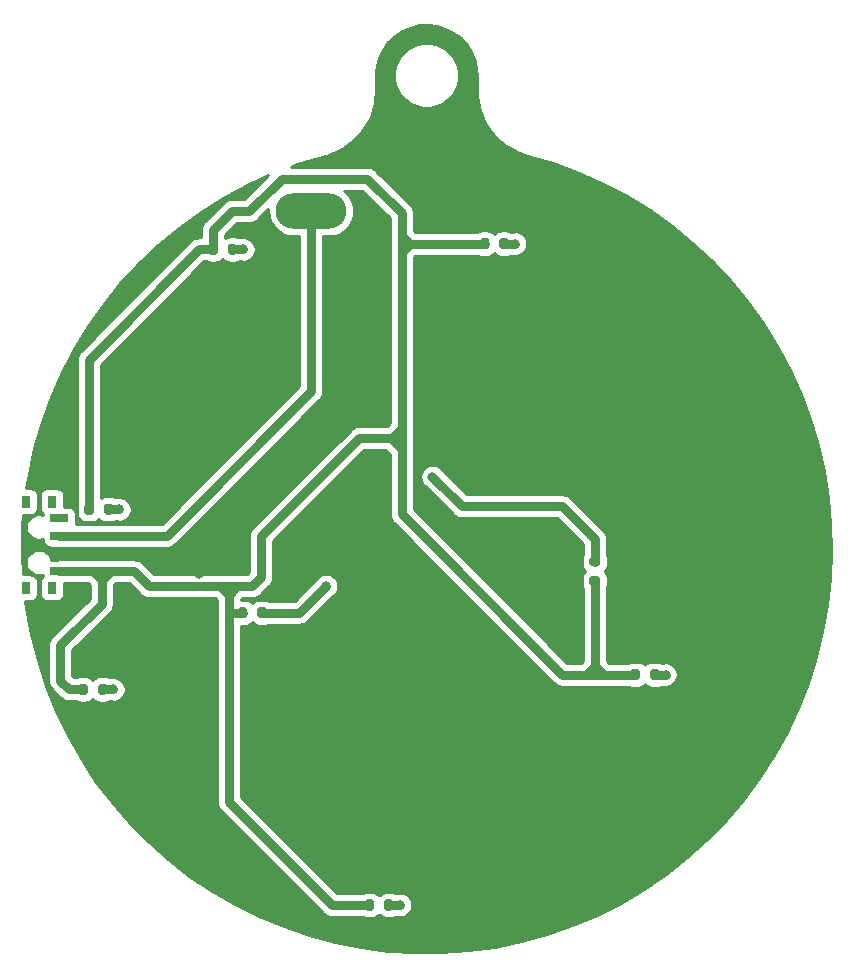
<source format=gbr>
%TF.GenerationSoftware,KiCad,Pcbnew,(5.1.10)-1*%
%TF.CreationDate,2021-10-20T07:50:51+02:00*%
%TF.ProjectId,TVZ_kuglica,54565a5f-6b75-4676-9c69-63612e6b6963,rev?*%
%TF.SameCoordinates,Original*%
%TF.FileFunction,Copper,L2,Bot*%
%TF.FilePolarity,Positive*%
%FSLAX46Y46*%
G04 Gerber Fmt 4.6, Leading zero omitted, Abs format (unit mm)*
G04 Created by KiCad (PCBNEW (5.1.10)-1) date 2021-10-20 07:50:51*
%MOMM*%
%LPD*%
G01*
G04 APERTURE LIST*
%TA.AperFunction,SMDPad,CuDef*%
%ADD10R,1.500000X0.700000*%
%TD*%
%TA.AperFunction,SMDPad,CuDef*%
%ADD11R,0.800000X1.000000*%
%TD*%
%TA.AperFunction,SMDPad,CuDef*%
%ADD12O,6.000000X3.000000*%
%TD*%
%TA.AperFunction,ViaPad*%
%ADD13C,0.800000*%
%TD*%
%TA.AperFunction,Conductor*%
%ADD14C,0.762000*%
%TD*%
%TA.AperFunction,Conductor*%
%ADD15C,0.254000*%
%TD*%
%TA.AperFunction,Conductor*%
%ADD16C,0.100000*%
%TD*%
G04 APERTURE END LIST*
D10*
%TO.P,SW1,1*%
%TO.N,Net-(R1-Pad1)*%
X105930000Y-102000000D03*
%TO.P,SW1,2*%
%TO.N,VCC*%
X105930000Y-99000000D03*
%TO.P,SW1,3*%
%TO.N,Net-(SW1-Pad3)*%
X105930000Y-97500000D03*
D11*
%TO.P,SW1,*%
%TO.N,*%
X103070000Y-103400000D03*
X103070000Y-96100000D03*
X105280000Y-96100000D03*
X105280000Y-103400000D03*
%TD*%
D12*
%TO.P,BT1,1*%
%TO.N,VCC*%
X127250000Y-71500000D03*
%TO.P,BT1,2*%
%TO.N,GND*%
X146250000Y-71500000D03*
%TD*%
%TO.P,R1,1*%
%TO.N,Net-(R1-Pad1)*%
%TA.AperFunction,SMDPad,CuDef*%
G36*
G01*
X108025000Y-97025000D02*
X108025000Y-96475000D01*
G75*
G02*
X108225000Y-96275000I200000J0D01*
G01*
X108625000Y-96275000D01*
G75*
G02*
X108825000Y-96475000I0J-200000D01*
G01*
X108825000Y-97025000D01*
G75*
G02*
X108625000Y-97225000I-200000J0D01*
G01*
X108225000Y-97225000D01*
G75*
G02*
X108025000Y-97025000I0J200000D01*
G01*
G37*
%TD.AperFunction*%
%TO.P,R1,2*%
%TO.N,Net-(D1-Pad1)*%
%TA.AperFunction,SMDPad,CuDef*%
G36*
G01*
X109675000Y-97025000D02*
X109675000Y-96475000D01*
G75*
G02*
X109875000Y-96275000I200000J0D01*
G01*
X110275000Y-96275000D01*
G75*
G02*
X110475000Y-96475000I0J-200000D01*
G01*
X110475000Y-97025000D01*
G75*
G02*
X110275000Y-97225000I-200000J0D01*
G01*
X109875000Y-97225000D01*
G75*
G02*
X109675000Y-97025000I0J200000D01*
G01*
G37*
%TD.AperFunction*%
%TD*%
%TO.P,R2,2*%
%TO.N,Net-(D2-Pad1)*%
%TA.AperFunction,SMDPad,CuDef*%
G36*
G01*
X120175000Y-75025000D02*
X120175000Y-74475000D01*
G75*
G02*
X120375000Y-74275000I200000J0D01*
G01*
X120775000Y-74275000D01*
G75*
G02*
X120975000Y-74475000I0J-200000D01*
G01*
X120975000Y-75025000D01*
G75*
G02*
X120775000Y-75225000I-200000J0D01*
G01*
X120375000Y-75225000D01*
G75*
G02*
X120175000Y-75025000I0J200000D01*
G01*
G37*
%TD.AperFunction*%
%TO.P,R2,1*%
%TO.N,Net-(R1-Pad1)*%
%TA.AperFunction,SMDPad,CuDef*%
G36*
G01*
X118525000Y-75025000D02*
X118525000Y-74475000D01*
G75*
G02*
X118725000Y-74275000I200000J0D01*
G01*
X119125000Y-74275000D01*
G75*
G02*
X119325000Y-74475000I0J-200000D01*
G01*
X119325000Y-75025000D01*
G75*
G02*
X119125000Y-75225000I-200000J0D01*
G01*
X118725000Y-75225000D01*
G75*
G02*
X118525000Y-75025000I0J200000D01*
G01*
G37*
%TD.AperFunction*%
%TD*%
%TO.P,R3,1*%
%TO.N,Net-(R1-Pad1)*%
%TA.AperFunction,SMDPad,CuDef*%
G36*
G01*
X141525000Y-74525000D02*
X141525000Y-73975000D01*
G75*
G02*
X141725000Y-73775000I200000J0D01*
G01*
X142125000Y-73775000D01*
G75*
G02*
X142325000Y-73975000I0J-200000D01*
G01*
X142325000Y-74525000D01*
G75*
G02*
X142125000Y-74725000I-200000J0D01*
G01*
X141725000Y-74725000D01*
G75*
G02*
X141525000Y-74525000I0J200000D01*
G01*
G37*
%TD.AperFunction*%
%TO.P,R3,2*%
%TO.N,Net-(D3-Pad1)*%
%TA.AperFunction,SMDPad,CuDef*%
G36*
G01*
X143175000Y-74525000D02*
X143175000Y-73975000D01*
G75*
G02*
X143375000Y-73775000I200000J0D01*
G01*
X143775000Y-73775000D01*
G75*
G02*
X143975000Y-73975000I0J-200000D01*
G01*
X143975000Y-74525000D01*
G75*
G02*
X143775000Y-74725000I-200000J0D01*
G01*
X143375000Y-74725000D01*
G75*
G02*
X143175000Y-74525000I0J200000D01*
G01*
G37*
%TD.AperFunction*%
%TD*%
%TO.P,R4,2*%
%TO.N,Net-(D4-Pad1)*%
%TA.AperFunction,SMDPad,CuDef*%
G36*
G01*
X122675000Y-105775000D02*
X122675000Y-105225000D01*
G75*
G02*
X122875000Y-105025000I200000J0D01*
G01*
X123275000Y-105025000D01*
G75*
G02*
X123475000Y-105225000I0J-200000D01*
G01*
X123475000Y-105775000D01*
G75*
G02*
X123275000Y-105975000I-200000J0D01*
G01*
X122875000Y-105975000D01*
G75*
G02*
X122675000Y-105775000I0J200000D01*
G01*
G37*
%TD.AperFunction*%
%TO.P,R4,1*%
%TO.N,Net-(R1-Pad1)*%
%TA.AperFunction,SMDPad,CuDef*%
G36*
G01*
X121025000Y-105775000D02*
X121025000Y-105225000D01*
G75*
G02*
X121225000Y-105025000I200000J0D01*
G01*
X121625000Y-105025000D01*
G75*
G02*
X121825000Y-105225000I0J-200000D01*
G01*
X121825000Y-105775000D01*
G75*
G02*
X121625000Y-105975000I-200000J0D01*
G01*
X121225000Y-105975000D01*
G75*
G02*
X121025000Y-105775000I0J200000D01*
G01*
G37*
%TD.AperFunction*%
%TD*%
%TO.P,R5,1*%
%TO.N,Net-(R1-Pad1)*%
%TA.AperFunction,SMDPad,CuDef*%
G36*
G01*
X107525000Y-112275000D02*
X107525000Y-111725000D01*
G75*
G02*
X107725000Y-111525000I200000J0D01*
G01*
X108125000Y-111525000D01*
G75*
G02*
X108325000Y-111725000I0J-200000D01*
G01*
X108325000Y-112275000D01*
G75*
G02*
X108125000Y-112475000I-200000J0D01*
G01*
X107725000Y-112475000D01*
G75*
G02*
X107525000Y-112275000I0J200000D01*
G01*
G37*
%TD.AperFunction*%
%TO.P,R5,2*%
%TO.N,Net-(D5-Pad1)*%
%TA.AperFunction,SMDPad,CuDef*%
G36*
G01*
X109175000Y-112275000D02*
X109175000Y-111725000D01*
G75*
G02*
X109375000Y-111525000I200000J0D01*
G01*
X109775000Y-111525000D01*
G75*
G02*
X109975000Y-111725000I0J-200000D01*
G01*
X109975000Y-112275000D01*
G75*
G02*
X109775000Y-112475000I-200000J0D01*
G01*
X109375000Y-112475000D01*
G75*
G02*
X109175000Y-112275000I0J200000D01*
G01*
G37*
%TD.AperFunction*%
%TD*%
%TO.P,R6,2*%
%TO.N,Net-(D7-Pad1)*%
%TA.AperFunction,SMDPad,CuDef*%
G36*
G01*
X133425000Y-130525000D02*
X133425000Y-129975000D01*
G75*
G02*
X133625000Y-129775000I200000J0D01*
G01*
X134025000Y-129775000D01*
G75*
G02*
X134225000Y-129975000I0J-200000D01*
G01*
X134225000Y-130525000D01*
G75*
G02*
X134025000Y-130725000I-200000J0D01*
G01*
X133625000Y-130725000D01*
G75*
G02*
X133425000Y-130525000I0J200000D01*
G01*
G37*
%TD.AperFunction*%
%TO.P,R6,1*%
%TO.N,Net-(R1-Pad1)*%
%TA.AperFunction,SMDPad,CuDef*%
G36*
G01*
X131775000Y-130525000D02*
X131775000Y-129975000D01*
G75*
G02*
X131975000Y-129775000I200000J0D01*
G01*
X132375000Y-129775000D01*
G75*
G02*
X132575000Y-129975000I0J-200000D01*
G01*
X132575000Y-130525000D01*
G75*
G02*
X132375000Y-130725000I-200000J0D01*
G01*
X131975000Y-130725000D01*
G75*
G02*
X131775000Y-130525000I0J200000D01*
G01*
G37*
%TD.AperFunction*%
%TD*%
%TO.P,R7,1*%
%TO.N,Net-(R1-Pad1)*%
%TA.AperFunction,SMDPad,CuDef*%
G36*
G01*
X154275000Y-111025000D02*
X154275000Y-110475000D01*
G75*
G02*
X154475000Y-110275000I200000J0D01*
G01*
X154875000Y-110275000D01*
G75*
G02*
X155075000Y-110475000I0J-200000D01*
G01*
X155075000Y-111025000D01*
G75*
G02*
X154875000Y-111225000I-200000J0D01*
G01*
X154475000Y-111225000D01*
G75*
G02*
X154275000Y-111025000I0J200000D01*
G01*
G37*
%TD.AperFunction*%
%TO.P,R7,2*%
%TO.N,Net-(D8-Pad1)*%
%TA.AperFunction,SMDPad,CuDef*%
G36*
G01*
X155925000Y-111025000D02*
X155925000Y-110475000D01*
G75*
G02*
X156125000Y-110275000I200000J0D01*
G01*
X156525000Y-110275000D01*
G75*
G02*
X156725000Y-110475000I0J-200000D01*
G01*
X156725000Y-111025000D01*
G75*
G02*
X156525000Y-111225000I-200000J0D01*
G01*
X156125000Y-111225000D01*
G75*
G02*
X155925000Y-111025000I0J200000D01*
G01*
G37*
%TD.AperFunction*%
%TD*%
%TO.P,R8,2*%
%TO.N,Net-(D11-Pad1)*%
%TA.AperFunction,SMDPad,CuDef*%
G36*
G01*
X151525000Y-101575000D02*
X150975000Y-101575000D01*
G75*
G02*
X150775000Y-101375000I0J200000D01*
G01*
X150775000Y-100975000D01*
G75*
G02*
X150975000Y-100775000I200000J0D01*
G01*
X151525000Y-100775000D01*
G75*
G02*
X151725000Y-100975000I0J-200000D01*
G01*
X151725000Y-101375000D01*
G75*
G02*
X151525000Y-101575000I-200000J0D01*
G01*
G37*
%TD.AperFunction*%
%TO.P,R8,1*%
%TO.N,Net-(R1-Pad1)*%
%TA.AperFunction,SMDPad,CuDef*%
G36*
G01*
X151525000Y-103225000D02*
X150975000Y-103225000D01*
G75*
G02*
X150775000Y-103025000I0J200000D01*
G01*
X150775000Y-102625000D01*
G75*
G02*
X150975000Y-102425000I200000J0D01*
G01*
X151525000Y-102425000D01*
G75*
G02*
X151725000Y-102625000I0J-200000D01*
G01*
X151725000Y-103025000D01*
G75*
G02*
X151525000Y-103225000I-200000J0D01*
G01*
G37*
%TD.AperFunction*%
%TD*%
D13*
%TO.N,Net-(D1-Pad1)*%
X111000000Y-96750000D03*
%TO.N,GND*%
X159750000Y-80500000D03*
X143500000Y-79750000D03*
X131000000Y-75500000D03*
X117500000Y-87250000D03*
X117750000Y-102250000D03*
X125500000Y-92750000D03*
X144000000Y-98000000D03*
X157500000Y-91000000D03*
X165000000Y-102500000D03*
X149000000Y-105250000D03*
X114750000Y-107500000D03*
X113000000Y-117500000D03*
X126750000Y-113750000D03*
X161500000Y-115500000D03*
X151250000Y-129250000D03*
X121750000Y-128500000D03*
X136500000Y-132500000D03*
X148500000Y-74250000D03*
X125500000Y-74750000D03*
X115000000Y-96750000D03*
X132500000Y-103250000D03*
X114500000Y-112000000D03*
X138750000Y-130250000D03*
X161250000Y-110750000D03*
X141500000Y-94000000D03*
%TO.N,Net-(D2-Pad1)*%
X121500000Y-74750000D03*
%TO.N,Net-(D3-Pad1)*%
X144500000Y-74250000D03*
%TO.N,Net-(D4-Pad1)*%
X128500000Y-103250000D03*
%TO.N,Net-(D5-Pad1)*%
X110500000Y-112000000D03*
%TO.N,Net-(D7-Pad1)*%
X134750000Y-130250000D03*
%TO.N,Net-(D8-Pad1)*%
X157250000Y-110750000D03*
%TO.N,Net-(D11-Pad1)*%
X137500000Y-94000000D03*
%TD*%
D14*
%TO.N,Net-(D1-Pad1)*%
X110075000Y-96750000D02*
X111000000Y-96750000D01*
%TO.N,VCC*%
X127250000Y-86750000D02*
X127250000Y-71500000D01*
X115000000Y-99000000D02*
X127250000Y-86750000D01*
X105930000Y-99000000D02*
X115000000Y-99000000D01*
%TO.N,Net-(D2-Pad1)*%
X120575000Y-74750000D02*
X121500000Y-74750000D01*
%TO.N,Net-(D3-Pad1)*%
X143575000Y-74250000D02*
X144500000Y-74250000D01*
%TO.N,Net-(D4-Pad1)*%
X126250000Y-105500000D02*
X128500000Y-103250000D01*
X123075000Y-105500000D02*
X126250000Y-105500000D01*
%TO.N,Net-(D5-Pad1)*%
X109575000Y-112000000D02*
X110500000Y-112000000D01*
%TO.N,Net-(D7-Pad1)*%
X133825000Y-130250000D02*
X134750000Y-130250000D01*
%TO.N,Net-(D8-Pad1)*%
X156325000Y-110750000D02*
X157250000Y-110750000D01*
%TO.N,Net-(D11-Pad1)*%
X151250000Y-101175000D02*
X151250000Y-99250000D01*
X151250000Y-99250000D02*
X148500000Y-96500000D01*
X140000000Y-96500000D02*
X148500000Y-96500000D01*
X137500000Y-94000000D02*
X140000000Y-96500000D01*
%TO.N,Net-(R1-Pad1)*%
X112250000Y-102000000D02*
X113500000Y-103250000D01*
X134925000Y-94000000D02*
X134925000Y-97175000D01*
X134925000Y-97175000D02*
X148500000Y-110750000D01*
X132175000Y-130250000D02*
X129000000Y-130250000D01*
X129000000Y-130250000D02*
X120250000Y-121500000D01*
X107925000Y-112000000D02*
X106750000Y-112000000D01*
X106750000Y-112000000D02*
X106000000Y-111250000D01*
X106000000Y-111250000D02*
X106000000Y-108250000D01*
X106000000Y-108250000D02*
X109500000Y-104750000D01*
X109500000Y-102750000D02*
X110250000Y-102000000D01*
X109500000Y-102000000D02*
X110250000Y-102000000D01*
X109500000Y-104750000D02*
X109500000Y-103000000D01*
X110250000Y-102000000D02*
X112250000Y-102000000D01*
X109500000Y-103000000D02*
X109500000Y-102000000D01*
X109500000Y-102750000D02*
X108750000Y-102000000D01*
X109500000Y-103000000D02*
X109500000Y-102750000D01*
X108750000Y-102000000D02*
X109500000Y-102000000D01*
X105930000Y-102000000D02*
X108750000Y-102000000D01*
X120250000Y-104000000D02*
X119500000Y-103250000D01*
X119500000Y-103250000D02*
X120250000Y-103250000D01*
X113500000Y-103250000D02*
X119500000Y-103250000D01*
X120250000Y-104250000D02*
X120250000Y-103250000D01*
X120250000Y-104000000D02*
X121000000Y-103250000D01*
X120250000Y-104250000D02*
X120250000Y-104000000D01*
X120250000Y-103250000D02*
X121000000Y-103250000D01*
X118925000Y-74750000D02*
X117750000Y-74750000D01*
X123000000Y-99000000D02*
X131325000Y-90675000D01*
X134075000Y-90825000D02*
X134925000Y-91675000D01*
X134075000Y-90675000D02*
X134075000Y-90825000D01*
X134925000Y-91675000D02*
X134925000Y-94000000D01*
X134925000Y-90675000D02*
X134925000Y-91675000D01*
X131325000Y-90675000D02*
X134075000Y-90675000D01*
X134075000Y-90675000D02*
X134925000Y-90675000D01*
X134075000Y-90675000D02*
X134925000Y-89825000D01*
X134925000Y-89825000D02*
X134925000Y-90675000D01*
X134925000Y-84075000D02*
X134925000Y-89825000D01*
X123000000Y-102500000D02*
X122250000Y-103250000D01*
X121000000Y-103250000D02*
X122250000Y-103250000D01*
X123000000Y-102250000D02*
X123000000Y-99000000D01*
X123000000Y-102250000D02*
X123000000Y-102500000D01*
X134925000Y-71675000D02*
X132000000Y-68750000D01*
X132000000Y-68750000D02*
X124750000Y-68750000D01*
X124750000Y-68750000D02*
X122000000Y-71500000D01*
X122000000Y-71500000D02*
X120500000Y-71500000D01*
X118925000Y-73075000D02*
X118925000Y-74750000D01*
X120500000Y-71500000D02*
X118925000Y-73075000D01*
X135100000Y-74250000D02*
X134925000Y-74075000D01*
X135600000Y-74250000D02*
X134925000Y-73575000D01*
X134925000Y-73575000D02*
X134925000Y-71675000D01*
X134925000Y-74075000D02*
X134925000Y-73575000D01*
X135750000Y-74250000D02*
X135100000Y-74250000D01*
X135600000Y-74250000D02*
X134925000Y-74925000D01*
X135750000Y-74250000D02*
X135600000Y-74250000D01*
X134925000Y-74925000D02*
X134925000Y-74075000D01*
X134925000Y-84075000D02*
X134925000Y-74925000D01*
X141925000Y-74250000D02*
X135750000Y-74250000D01*
X108425000Y-84075000D02*
X117750000Y-74750000D01*
X108425000Y-96750000D02*
X108425000Y-84075000D01*
X150500000Y-110750000D02*
X151250000Y-110000000D01*
X150250000Y-110750000D02*
X150500000Y-110750000D01*
X151250000Y-110000000D02*
X151250000Y-110750000D01*
X151250000Y-102825000D02*
X151250000Y-110000000D01*
X148500000Y-110750000D02*
X150250000Y-110750000D01*
X150250000Y-110750000D02*
X151250000Y-110750000D01*
X152000000Y-110750000D02*
X151250000Y-110000000D01*
X151250000Y-110750000D02*
X152000000Y-110750000D01*
X152000000Y-110750000D02*
X154675000Y-110750000D01*
X121425000Y-105500000D02*
X120250000Y-105500000D01*
X120250000Y-105500000D02*
X120250000Y-104250000D01*
X120250000Y-121500000D02*
X120250000Y-105500000D01*
%TD*%
D15*
%TO.N,GND*%
X137886138Y-55831059D02*
X138610388Y-56053867D01*
X139283738Y-56401409D01*
X139884901Y-56862699D01*
X140394872Y-57423149D01*
X140797540Y-58065057D01*
X141080170Y-58768122D01*
X141236190Y-59521513D01*
X141265000Y-60021169D01*
X141265001Y-61306272D01*
X141266298Y-61319440D01*
X141278413Y-61656049D01*
X141278863Y-61659632D01*
X141278707Y-61663242D01*
X141287438Y-61747410D01*
X141429908Y-62624862D01*
X141435629Y-62647269D01*
X141438736Y-62670183D01*
X141462234Y-62751474D01*
X141757835Y-63589830D01*
X141767433Y-63610870D01*
X141774549Y-63632871D01*
X141812059Y-63708691D01*
X141812071Y-63708717D01*
X141812077Y-63708725D01*
X142251461Y-64481476D01*
X142264630Y-64500478D01*
X142275533Y-64520879D01*
X142325894Y-64588881D01*
X142895182Y-65271616D01*
X142911512Y-65287990D01*
X142925851Y-65306132D01*
X142987458Y-65364142D01*
X143668651Y-65935276D01*
X143687625Y-65948502D01*
X143704950Y-65963817D01*
X143775855Y-66010000D01*
X144547423Y-66451478D01*
X144568436Y-66461133D01*
X144588200Y-66473139D01*
X144666163Y-66506036D01*
X145503715Y-66803905D01*
X145508021Y-66805017D01*
X145525587Y-66811299D01*
X145542755Y-66816572D01*
X147746053Y-67464098D01*
X149878711Y-68247813D01*
X151954729Y-69171140D01*
X153965017Y-70230036D01*
X155900673Y-71419812D01*
X157753239Y-72735268D01*
X159514561Y-74170616D01*
X161176886Y-75719540D01*
X162732884Y-77375207D01*
X164175738Y-79130360D01*
X165499106Y-80977290D01*
X166697162Y-82907865D01*
X167764630Y-84913581D01*
X168696830Y-86985643D01*
X169489658Y-89114933D01*
X170139624Y-91292080D01*
X170643873Y-93507517D01*
X171000188Y-95751501D01*
X171207004Y-98014175D01*
X171263407Y-100285560D01*
X171169153Y-102555700D01*
X170924654Y-104814605D01*
X170530986Y-107052337D01*
X169989882Y-109259064D01*
X169303718Y-111425077D01*
X168475512Y-113540851D01*
X167508906Y-115597090D01*
X166408155Y-117584736D01*
X165178083Y-119495080D01*
X163824120Y-121319689D01*
X162352204Y-123050560D01*
X160768823Y-124680064D01*
X159080926Y-126201055D01*
X157295931Y-127606843D01*
X155421695Y-128891239D01*
X153466456Y-130048599D01*
X151438820Y-131073832D01*
X149347702Y-131962428D01*
X147202263Y-132710493D01*
X145011999Y-133314718D01*
X142786467Y-133772464D01*
X140535523Y-134081705D01*
X138269022Y-134241089D01*
X135996953Y-134249911D01*
X133729262Y-134108134D01*
X131475992Y-133816385D01*
X129246983Y-133375938D01*
X127052076Y-132788738D01*
X124900917Y-132057366D01*
X122802939Y-131185029D01*
X120767401Y-130175574D01*
X118803237Y-129033435D01*
X116919085Y-127763634D01*
X115123223Y-126371749D01*
X113423564Y-124863914D01*
X111827572Y-123246751D01*
X110342263Y-121527368D01*
X108974171Y-119713331D01*
X107729304Y-117812605D01*
X106613144Y-115833557D01*
X105630601Y-113784897D01*
X104785986Y-111675609D01*
X104083026Y-109515005D01*
X103524797Y-107312547D01*
X103113763Y-105077935D01*
X103051083Y-104538072D01*
X103470000Y-104538072D01*
X103594482Y-104525812D01*
X103714180Y-104489502D01*
X103824494Y-104430537D01*
X103921185Y-104351185D01*
X104000537Y-104254494D01*
X104059502Y-104144180D01*
X104095812Y-104024482D01*
X104108072Y-103900000D01*
X104108072Y-102900000D01*
X104095812Y-102775518D01*
X104059502Y-102655820D01*
X104000537Y-102545506D01*
X103921185Y-102448815D01*
X103824494Y-102369463D01*
X103714180Y-102310498D01*
X103594482Y-102274188D01*
X103470000Y-102261928D01*
X102824164Y-102261928D01*
X102739845Y-100551658D01*
X102778607Y-98279882D01*
X102865678Y-97238072D01*
X103470000Y-97238072D01*
X103594482Y-97225812D01*
X103714180Y-97189502D01*
X103824494Y-97130537D01*
X103921185Y-97051185D01*
X104000537Y-96954494D01*
X104059502Y-96844180D01*
X104095812Y-96724482D01*
X104108072Y-96600000D01*
X104108072Y-95600000D01*
X104095812Y-95475518D01*
X104059502Y-95355820D01*
X104000537Y-95245506D01*
X103921185Y-95148815D01*
X103824494Y-95069463D01*
X103714180Y-95010498D01*
X103594482Y-94974188D01*
X103470000Y-94961928D01*
X103126785Y-94961928D01*
X103306719Y-93768999D01*
X103793749Y-91549706D01*
X104426782Y-89367594D01*
X105203052Y-87232203D01*
X106119133Y-85152960D01*
X107170992Y-83139015D01*
X108354015Y-81199200D01*
X109663000Y-79342048D01*
X111092189Y-77575730D01*
X112635284Y-75908027D01*
X114285522Y-74346247D01*
X116035631Y-72897273D01*
X117877934Y-71567463D01*
X119804304Y-70362683D01*
X121806298Y-69288211D01*
X123580686Y-68482473D01*
X121579160Y-70484000D01*
X120549893Y-70484000D01*
X120499999Y-70479086D01*
X120450105Y-70484000D01*
X120450098Y-70484000D01*
X120320177Y-70496796D01*
X120300828Y-70498702D01*
X120248193Y-70514669D01*
X120109313Y-70556798D01*
X119932810Y-70651140D01*
X119778104Y-70778104D01*
X119746293Y-70816866D01*
X118241872Y-72321288D01*
X118203104Y-72353104D01*
X118076140Y-72507810D01*
X117981798Y-72684314D01*
X117930596Y-72853104D01*
X117923702Y-72875830D01*
X117904085Y-73075000D01*
X117909000Y-73124902D01*
X117909000Y-73734000D01*
X117799893Y-73734000D01*
X117749999Y-73729086D01*
X117700105Y-73734000D01*
X117700098Y-73734000D01*
X117570177Y-73746796D01*
X117550828Y-73748702D01*
X117509474Y-73761247D01*
X117359313Y-73806798D01*
X117182810Y-73901140D01*
X117028104Y-74028104D01*
X116996292Y-74066867D01*
X107741868Y-83321292D01*
X107703105Y-83353104D01*
X107576141Y-83507810D01*
X107481799Y-83684313D01*
X107423702Y-83875830D01*
X107404085Y-84075000D01*
X107409001Y-84124912D01*
X107409000Y-96291823D01*
X107403031Y-96311500D01*
X107386928Y-96475000D01*
X107386928Y-97025000D01*
X107403031Y-97188500D01*
X107450722Y-97345716D01*
X107528169Y-97490608D01*
X107632394Y-97617606D01*
X107759392Y-97721831D01*
X107904284Y-97799278D01*
X108061500Y-97846969D01*
X108225000Y-97863072D01*
X108625000Y-97863072D01*
X108788500Y-97846969D01*
X108945716Y-97799278D01*
X109090608Y-97721831D01*
X109217606Y-97617606D01*
X109250000Y-97578134D01*
X109282394Y-97617606D01*
X109409392Y-97721831D01*
X109554284Y-97799278D01*
X109711500Y-97846969D01*
X109875000Y-97863072D01*
X110275000Y-97863072D01*
X110438500Y-97846969D01*
X110595716Y-97799278D01*
X110657974Y-97766000D01*
X110802541Y-97766000D01*
X110898061Y-97785000D01*
X111101939Y-97785000D01*
X111301898Y-97745226D01*
X111490256Y-97667205D01*
X111659774Y-97553937D01*
X111803937Y-97409774D01*
X111917205Y-97240256D01*
X111995226Y-97051898D01*
X112035000Y-96851939D01*
X112035000Y-96648061D01*
X111995226Y-96448102D01*
X111917205Y-96259744D01*
X111803937Y-96090226D01*
X111659774Y-95946063D01*
X111490256Y-95832795D01*
X111301898Y-95754774D01*
X111101939Y-95715000D01*
X110898061Y-95715000D01*
X110802541Y-95734000D01*
X110657974Y-95734000D01*
X110595716Y-95700722D01*
X110438500Y-95653031D01*
X110275000Y-95636928D01*
X109875000Y-95636928D01*
X109711500Y-95653031D01*
X109554284Y-95700722D01*
X109441000Y-95761274D01*
X109441000Y-84495840D01*
X118170841Y-75766000D01*
X118342026Y-75766000D01*
X118404284Y-75799278D01*
X118561500Y-75846969D01*
X118725000Y-75863072D01*
X119125000Y-75863072D01*
X119288500Y-75846969D01*
X119445716Y-75799278D01*
X119590608Y-75721831D01*
X119717606Y-75617606D01*
X119750000Y-75578134D01*
X119782394Y-75617606D01*
X119909392Y-75721831D01*
X120054284Y-75799278D01*
X120211500Y-75846969D01*
X120375000Y-75863072D01*
X120775000Y-75863072D01*
X120938500Y-75846969D01*
X121095716Y-75799278D01*
X121157974Y-75766000D01*
X121302541Y-75766000D01*
X121398061Y-75785000D01*
X121601939Y-75785000D01*
X121801898Y-75745226D01*
X121990256Y-75667205D01*
X122159774Y-75553937D01*
X122303937Y-75409774D01*
X122417205Y-75240256D01*
X122495226Y-75051898D01*
X122535000Y-74851939D01*
X122535000Y-74648061D01*
X122495226Y-74448102D01*
X122417205Y-74259744D01*
X122303937Y-74090226D01*
X122159774Y-73946063D01*
X121990256Y-73832795D01*
X121801898Y-73754774D01*
X121601939Y-73715000D01*
X121398061Y-73715000D01*
X121302541Y-73734000D01*
X121157974Y-73734000D01*
X121095716Y-73700722D01*
X120938500Y-73653031D01*
X120775000Y-73636928D01*
X120375000Y-73636928D01*
X120211500Y-73653031D01*
X120054284Y-73700722D01*
X119941000Y-73761274D01*
X119941000Y-73495840D01*
X120920841Y-72516000D01*
X121950098Y-72516000D01*
X122000000Y-72520915D01*
X122049902Y-72516000D01*
X122199171Y-72501298D01*
X122390687Y-72443202D01*
X122567190Y-72348860D01*
X122721896Y-72221896D01*
X122753712Y-72183128D01*
X123623006Y-71313835D01*
X123604670Y-71500000D01*
X123645892Y-71918533D01*
X123767974Y-72320982D01*
X123966223Y-72691881D01*
X124233023Y-73016977D01*
X124558119Y-73283777D01*
X124929018Y-73482026D01*
X125331467Y-73604108D01*
X125645118Y-73635000D01*
X126234001Y-73635000D01*
X126234000Y-86329159D01*
X114579160Y-97984000D01*
X107302925Y-97984000D01*
X107305812Y-97974482D01*
X107318072Y-97850000D01*
X107318072Y-97150000D01*
X107305812Y-97025518D01*
X107269502Y-96905820D01*
X107210537Y-96795506D01*
X107131185Y-96698815D01*
X107034494Y-96619463D01*
X106924180Y-96560498D01*
X106804482Y-96524188D01*
X106680000Y-96511928D01*
X106318072Y-96511928D01*
X106318072Y-95600000D01*
X106305812Y-95475518D01*
X106269502Y-95355820D01*
X106210537Y-95245506D01*
X106131185Y-95148815D01*
X106034494Y-95069463D01*
X105924180Y-95010498D01*
X105804482Y-94974188D01*
X105680000Y-94961928D01*
X104880000Y-94961928D01*
X104755518Y-94974188D01*
X104635820Y-95010498D01*
X104525506Y-95069463D01*
X104428815Y-95148815D01*
X104349463Y-95245506D01*
X104290498Y-95355820D01*
X104254188Y-95475518D01*
X104241928Y-95600000D01*
X104241928Y-96600000D01*
X104254188Y-96724482D01*
X104290498Y-96844180D01*
X104349463Y-96954494D01*
X104428815Y-97051185D01*
X104525506Y-97130537D01*
X104542928Y-97139849D01*
X104541928Y-97150000D01*
X104541928Y-97229662D01*
X104486483Y-97206696D01*
X104276863Y-97165000D01*
X104063137Y-97165000D01*
X103853517Y-97206696D01*
X103656060Y-97288485D01*
X103478353Y-97407225D01*
X103327225Y-97558353D01*
X103208485Y-97736060D01*
X103126696Y-97933517D01*
X103085000Y-98143137D01*
X103085000Y-98356863D01*
X103126696Y-98566483D01*
X103208485Y-98763940D01*
X103327225Y-98941647D01*
X103478353Y-99092775D01*
X103656060Y-99211515D01*
X103853517Y-99293304D01*
X104063137Y-99335000D01*
X104276863Y-99335000D01*
X104486483Y-99293304D01*
X104541928Y-99270338D01*
X104541928Y-99350000D01*
X104554188Y-99474482D01*
X104590498Y-99594180D01*
X104649463Y-99704494D01*
X104728815Y-99801185D01*
X104825506Y-99880537D01*
X104935820Y-99939502D01*
X105055518Y-99975812D01*
X105180000Y-99988072D01*
X105687229Y-99988072D01*
X105730829Y-100001298D01*
X105880098Y-100016000D01*
X114950098Y-100016000D01*
X115000000Y-100020915D01*
X115049902Y-100016000D01*
X115199171Y-100001298D01*
X115390687Y-99943202D01*
X115567190Y-99848860D01*
X115721896Y-99721896D01*
X115753712Y-99683128D01*
X127933133Y-87503708D01*
X127971896Y-87471896D01*
X128098860Y-87317190D01*
X128193202Y-87140687D01*
X128251298Y-86949171D01*
X128265614Y-86803820D01*
X128270915Y-86750001D01*
X128266000Y-86700099D01*
X128266000Y-73635000D01*
X128854882Y-73635000D01*
X129168533Y-73604108D01*
X129570982Y-73482026D01*
X129941881Y-73283777D01*
X130266977Y-73016977D01*
X130533777Y-72691881D01*
X130732026Y-72320982D01*
X130854108Y-71918533D01*
X130895330Y-71500000D01*
X130854108Y-71081467D01*
X130732026Y-70679018D01*
X130533777Y-70308119D01*
X130266977Y-69983023D01*
X130002534Y-69766000D01*
X131579160Y-69766000D01*
X133909001Y-72095842D01*
X133909000Y-73525098D01*
X133904085Y-73575000D01*
X133909000Y-73624901D01*
X133909000Y-74025098D01*
X133904085Y-74075000D01*
X133909000Y-74124901D01*
X133909000Y-74875098D01*
X133904085Y-74925000D01*
X133909001Y-74974912D01*
X133909000Y-84025098D01*
X133909000Y-84025099D01*
X133909001Y-89404158D01*
X133654160Y-89659000D01*
X131374902Y-89659000D01*
X131325000Y-89654085D01*
X131125829Y-89673702D01*
X130934312Y-89731798D01*
X130908343Y-89745679D01*
X130757810Y-89826140D01*
X130603104Y-89953104D01*
X130571293Y-89991866D01*
X122316868Y-98246292D01*
X122278105Y-98278104D01*
X122151141Y-98432810D01*
X122093147Y-98541310D01*
X122056799Y-98609313D01*
X121998702Y-98800830D01*
X121979085Y-99000000D01*
X121984001Y-99049911D01*
X121984000Y-102079159D01*
X121829160Y-102234000D01*
X121049893Y-102234000D01*
X120999999Y-102229086D01*
X120950105Y-102234000D01*
X120299902Y-102234000D01*
X120250000Y-102229085D01*
X120200098Y-102234000D01*
X119549902Y-102234000D01*
X119500000Y-102229085D01*
X119450098Y-102234000D01*
X113920841Y-102234000D01*
X113003712Y-101316872D01*
X112971896Y-101278104D01*
X112817190Y-101151140D01*
X112640687Y-101056798D01*
X112449171Y-100998702D01*
X112299902Y-100984000D01*
X112250000Y-100979085D01*
X112200098Y-100984000D01*
X110299893Y-100984000D01*
X110249999Y-100979086D01*
X110200105Y-100984000D01*
X109549902Y-100984000D01*
X109500000Y-100979085D01*
X109450098Y-100984000D01*
X108799902Y-100984000D01*
X108750000Y-100979085D01*
X108700098Y-100984000D01*
X105880098Y-100984000D01*
X105730829Y-100998702D01*
X105687229Y-101011928D01*
X105228901Y-101011928D01*
X105213304Y-100933517D01*
X105131515Y-100736060D01*
X105012775Y-100558353D01*
X104861647Y-100407225D01*
X104683940Y-100288485D01*
X104486483Y-100206696D01*
X104276863Y-100165000D01*
X104063137Y-100165000D01*
X103853517Y-100206696D01*
X103656060Y-100288485D01*
X103478353Y-100407225D01*
X103327225Y-100558353D01*
X103208485Y-100736060D01*
X103126696Y-100933517D01*
X103085000Y-101143137D01*
X103085000Y-101356863D01*
X103126696Y-101566483D01*
X103208485Y-101763940D01*
X103327225Y-101941647D01*
X103478353Y-102092775D01*
X103656060Y-102211515D01*
X103853517Y-102293304D01*
X104063137Y-102335000D01*
X104276863Y-102335000D01*
X104486483Y-102293304D01*
X104541928Y-102270338D01*
X104541928Y-102350000D01*
X104542928Y-102360151D01*
X104525506Y-102369463D01*
X104428815Y-102448815D01*
X104349463Y-102545506D01*
X104290498Y-102655820D01*
X104254188Y-102775518D01*
X104241928Y-102900000D01*
X104241928Y-103900000D01*
X104254188Y-104024482D01*
X104290498Y-104144180D01*
X104349463Y-104254494D01*
X104428815Y-104351185D01*
X104525506Y-104430537D01*
X104635820Y-104489502D01*
X104755518Y-104525812D01*
X104880000Y-104538072D01*
X105680000Y-104538072D01*
X105804482Y-104525812D01*
X105924180Y-104489502D01*
X106034494Y-104430537D01*
X106131185Y-104351185D01*
X106210537Y-104254494D01*
X106269502Y-104144180D01*
X106305812Y-104024482D01*
X106318072Y-103900000D01*
X106318072Y-103016000D01*
X108329160Y-103016000D01*
X108484001Y-103170841D01*
X108484000Y-104329159D01*
X105316868Y-107496292D01*
X105278105Y-107528104D01*
X105151141Y-107682810D01*
X105095275Y-107787329D01*
X105056799Y-107859313D01*
X104998702Y-108050830D01*
X104979085Y-108250000D01*
X104984001Y-108299911D01*
X104984000Y-111200098D01*
X104979085Y-111250000D01*
X104984000Y-111299901D01*
X104998702Y-111449170D01*
X105056798Y-111640686D01*
X105151140Y-111817190D01*
X105278104Y-111971896D01*
X105316872Y-112003712D01*
X105996292Y-112683133D01*
X106028104Y-112721896D01*
X106182810Y-112848860D01*
X106359313Y-112943202D01*
X106550829Y-113001298D01*
X106700098Y-113016000D01*
X106700105Y-113016000D01*
X106749999Y-113020914D01*
X106799893Y-113016000D01*
X107342026Y-113016000D01*
X107404284Y-113049278D01*
X107561500Y-113096969D01*
X107725000Y-113113072D01*
X108125000Y-113113072D01*
X108288500Y-113096969D01*
X108445716Y-113049278D01*
X108590608Y-112971831D01*
X108717606Y-112867606D01*
X108750000Y-112828134D01*
X108782394Y-112867606D01*
X108909392Y-112971831D01*
X109054284Y-113049278D01*
X109211500Y-113096969D01*
X109375000Y-113113072D01*
X109775000Y-113113072D01*
X109938500Y-113096969D01*
X110095716Y-113049278D01*
X110157974Y-113016000D01*
X110302541Y-113016000D01*
X110398061Y-113035000D01*
X110601939Y-113035000D01*
X110801898Y-112995226D01*
X110990256Y-112917205D01*
X111159774Y-112803937D01*
X111303937Y-112659774D01*
X111417205Y-112490256D01*
X111495226Y-112301898D01*
X111535000Y-112101939D01*
X111535000Y-111898061D01*
X111495226Y-111698102D01*
X111417205Y-111509744D01*
X111303937Y-111340226D01*
X111159774Y-111196063D01*
X110990256Y-111082795D01*
X110801898Y-111004774D01*
X110601939Y-110965000D01*
X110398061Y-110965000D01*
X110302541Y-110984000D01*
X110157974Y-110984000D01*
X110095716Y-110950722D01*
X109938500Y-110903031D01*
X109775000Y-110886928D01*
X109375000Y-110886928D01*
X109211500Y-110903031D01*
X109054284Y-110950722D01*
X108909392Y-111028169D01*
X108782394Y-111132394D01*
X108750000Y-111171866D01*
X108717606Y-111132394D01*
X108590608Y-111028169D01*
X108445716Y-110950722D01*
X108288500Y-110903031D01*
X108125000Y-110886928D01*
X107725000Y-110886928D01*
X107561500Y-110903031D01*
X107404284Y-110950722D01*
X107342026Y-110984000D01*
X107170841Y-110984000D01*
X107016000Y-110829160D01*
X107016000Y-108670840D01*
X110183133Y-105503708D01*
X110221896Y-105471896D01*
X110348860Y-105317190D01*
X110443202Y-105140687D01*
X110490477Y-104984844D01*
X110501298Y-104949172D01*
X110512164Y-104838849D01*
X110516000Y-104799902D01*
X110516000Y-104799895D01*
X110520914Y-104750001D01*
X110516000Y-104700107D01*
X110516000Y-103170840D01*
X110670841Y-103016000D01*
X111829160Y-103016000D01*
X112746292Y-103933133D01*
X112778104Y-103971896D01*
X112932810Y-104098860D01*
X113109313Y-104193202D01*
X113284584Y-104246370D01*
X113300829Y-104251298D01*
X113500000Y-104270915D01*
X113549902Y-104266000D01*
X119079160Y-104266000D01*
X119234001Y-104420841D01*
X119234000Y-105450097D01*
X119229085Y-105500000D01*
X119234001Y-105549912D01*
X119234000Y-121450098D01*
X119229085Y-121500000D01*
X119246490Y-121676710D01*
X119248702Y-121699170D01*
X119306798Y-121890686D01*
X119401140Y-122067190D01*
X119528104Y-122221896D01*
X119566872Y-122253712D01*
X128246292Y-130933133D01*
X128278104Y-130971896D01*
X128378071Y-131053937D01*
X128432810Y-131098860D01*
X128609313Y-131193202D01*
X128800829Y-131251298D01*
X129000000Y-131270915D01*
X129049902Y-131266000D01*
X131592026Y-131266000D01*
X131654284Y-131299278D01*
X131811500Y-131346969D01*
X131975000Y-131363072D01*
X132375000Y-131363072D01*
X132538500Y-131346969D01*
X132695716Y-131299278D01*
X132840608Y-131221831D01*
X132967606Y-131117606D01*
X133000000Y-131078134D01*
X133032394Y-131117606D01*
X133159392Y-131221831D01*
X133304284Y-131299278D01*
X133461500Y-131346969D01*
X133625000Y-131363072D01*
X134025000Y-131363072D01*
X134188500Y-131346969D01*
X134345716Y-131299278D01*
X134407974Y-131266000D01*
X134552541Y-131266000D01*
X134648061Y-131285000D01*
X134851939Y-131285000D01*
X135051898Y-131245226D01*
X135240256Y-131167205D01*
X135409774Y-131053937D01*
X135553937Y-130909774D01*
X135667205Y-130740256D01*
X135745226Y-130551898D01*
X135785000Y-130351939D01*
X135785000Y-130148061D01*
X135745226Y-129948102D01*
X135667205Y-129759744D01*
X135553937Y-129590226D01*
X135409774Y-129446063D01*
X135240256Y-129332795D01*
X135051898Y-129254774D01*
X134851939Y-129215000D01*
X134648061Y-129215000D01*
X134552541Y-129234000D01*
X134407974Y-129234000D01*
X134345716Y-129200722D01*
X134188500Y-129153031D01*
X134025000Y-129136928D01*
X133625000Y-129136928D01*
X133461500Y-129153031D01*
X133304284Y-129200722D01*
X133159392Y-129278169D01*
X133032394Y-129382394D01*
X133000000Y-129421866D01*
X132967606Y-129382394D01*
X132840608Y-129278169D01*
X132695716Y-129200722D01*
X132538500Y-129153031D01*
X132375000Y-129136928D01*
X131975000Y-129136928D01*
X131811500Y-129153031D01*
X131654284Y-129200722D01*
X131592026Y-129234000D01*
X129420841Y-129234000D01*
X121266000Y-121079160D01*
X121266000Y-106613072D01*
X121625000Y-106613072D01*
X121788500Y-106596969D01*
X121945716Y-106549278D01*
X122090608Y-106471831D01*
X122217606Y-106367606D01*
X122250000Y-106328134D01*
X122282394Y-106367606D01*
X122409392Y-106471831D01*
X122554284Y-106549278D01*
X122711500Y-106596969D01*
X122875000Y-106613072D01*
X123275000Y-106613072D01*
X123438500Y-106596969D01*
X123595716Y-106549278D01*
X123657974Y-106516000D01*
X126200098Y-106516000D01*
X126250000Y-106520915D01*
X126299902Y-106516000D01*
X126449171Y-106501298D01*
X126640687Y-106443202D01*
X126817190Y-106348860D01*
X126971896Y-106221896D01*
X127003712Y-106183128D01*
X129078797Y-104108044D01*
X129159774Y-104053937D01*
X129303937Y-103909774D01*
X129417205Y-103740256D01*
X129495226Y-103551898D01*
X129535000Y-103351939D01*
X129535000Y-103148061D01*
X129495226Y-102948102D01*
X129417205Y-102759744D01*
X129303937Y-102590226D01*
X129159774Y-102446063D01*
X128990256Y-102332795D01*
X128801898Y-102254774D01*
X128601939Y-102215000D01*
X128398061Y-102215000D01*
X128198102Y-102254774D01*
X128009744Y-102332795D01*
X127840226Y-102446063D01*
X127696063Y-102590226D01*
X127641956Y-102671203D01*
X125829160Y-104484000D01*
X123657974Y-104484000D01*
X123595716Y-104450722D01*
X123438500Y-104403031D01*
X123275000Y-104386928D01*
X122875000Y-104386928D01*
X122711500Y-104403031D01*
X122554284Y-104450722D01*
X122409392Y-104528169D01*
X122282394Y-104632394D01*
X122250000Y-104671866D01*
X122217606Y-104632394D01*
X122090608Y-104528169D01*
X121945716Y-104450722D01*
X121788500Y-104403031D01*
X121625000Y-104386928D01*
X121299912Y-104386928D01*
X121420841Y-104266000D01*
X122200098Y-104266000D01*
X122250000Y-104270915D01*
X122299902Y-104266000D01*
X122449171Y-104251298D01*
X122640687Y-104193202D01*
X122817190Y-104098860D01*
X122971896Y-103971896D01*
X123003712Y-103933128D01*
X123683133Y-103253708D01*
X123721896Y-103221896D01*
X123848860Y-103067190D01*
X123943202Y-102890687D01*
X124001016Y-102700099D01*
X124001298Y-102699171D01*
X124008229Y-102628802D01*
X124016000Y-102549901D01*
X124016000Y-102549895D01*
X124020914Y-102500001D01*
X124016000Y-102450107D01*
X124016000Y-99420840D01*
X131745841Y-91691000D01*
X133504160Y-91691000D01*
X133909000Y-92095841D01*
X133909001Y-93950089D01*
X133909000Y-93950099D01*
X133909001Y-97125089D01*
X133904085Y-97175000D01*
X133923702Y-97374170D01*
X133971865Y-97532938D01*
X133981799Y-97565687D01*
X134076141Y-97742190D01*
X134203105Y-97896896D01*
X134241868Y-97928708D01*
X147746292Y-111433133D01*
X147778104Y-111471896D01*
X147932810Y-111598860D01*
X148109313Y-111693202D01*
X148294513Y-111749382D01*
X148300829Y-111751298D01*
X148499999Y-111770915D01*
X148549901Y-111766000D01*
X150450098Y-111766000D01*
X150500000Y-111770915D01*
X150549902Y-111766000D01*
X151200098Y-111766000D01*
X151250000Y-111770915D01*
X151299902Y-111766000D01*
X151950105Y-111766000D01*
X151999999Y-111770914D01*
X152049893Y-111766000D01*
X154092026Y-111766000D01*
X154154284Y-111799278D01*
X154311500Y-111846969D01*
X154475000Y-111863072D01*
X154875000Y-111863072D01*
X155038500Y-111846969D01*
X155195716Y-111799278D01*
X155340608Y-111721831D01*
X155467606Y-111617606D01*
X155500000Y-111578134D01*
X155532394Y-111617606D01*
X155659392Y-111721831D01*
X155804284Y-111799278D01*
X155961500Y-111846969D01*
X156125000Y-111863072D01*
X156525000Y-111863072D01*
X156688500Y-111846969D01*
X156845716Y-111799278D01*
X156907974Y-111766000D01*
X157052541Y-111766000D01*
X157148061Y-111785000D01*
X157351939Y-111785000D01*
X157551898Y-111745226D01*
X157740256Y-111667205D01*
X157909774Y-111553937D01*
X158053937Y-111409774D01*
X158167205Y-111240256D01*
X158245226Y-111051898D01*
X158285000Y-110851939D01*
X158285000Y-110648061D01*
X158245226Y-110448102D01*
X158167205Y-110259744D01*
X158053937Y-110090226D01*
X157909774Y-109946063D01*
X157740256Y-109832795D01*
X157551898Y-109754774D01*
X157351939Y-109715000D01*
X157148061Y-109715000D01*
X157052541Y-109734000D01*
X156907974Y-109734000D01*
X156845716Y-109700722D01*
X156688500Y-109653031D01*
X156525000Y-109636928D01*
X156125000Y-109636928D01*
X155961500Y-109653031D01*
X155804284Y-109700722D01*
X155659392Y-109778169D01*
X155532394Y-109882394D01*
X155500000Y-109921866D01*
X155467606Y-109882394D01*
X155340608Y-109778169D01*
X155195716Y-109700722D01*
X155038500Y-109653031D01*
X154875000Y-109636928D01*
X154475000Y-109636928D01*
X154311500Y-109653031D01*
X154154284Y-109700722D01*
X154092026Y-109734000D01*
X152420841Y-109734000D01*
X152266000Y-109579160D01*
X152266000Y-103407974D01*
X152299278Y-103345716D01*
X152346969Y-103188500D01*
X152363072Y-103025000D01*
X152363072Y-102625000D01*
X152346969Y-102461500D01*
X152299278Y-102304284D01*
X152221831Y-102159392D01*
X152117606Y-102032394D01*
X152078134Y-102000000D01*
X152117606Y-101967606D01*
X152221831Y-101840608D01*
X152299278Y-101695716D01*
X152346969Y-101538500D01*
X152363072Y-101375000D01*
X152363072Y-100975000D01*
X152346969Y-100811500D01*
X152299278Y-100654284D01*
X152266000Y-100592026D01*
X152266000Y-99299893D01*
X152270914Y-99249999D01*
X152266000Y-99200105D01*
X152266000Y-99200098D01*
X152251298Y-99050829D01*
X152193202Y-98859313D01*
X152098860Y-98682810D01*
X151971896Y-98528104D01*
X151933133Y-98496292D01*
X149253712Y-95816872D01*
X149221896Y-95778104D01*
X149067190Y-95651140D01*
X148890687Y-95556798D01*
X148699171Y-95498702D01*
X148549902Y-95484000D01*
X148500000Y-95479085D01*
X148450098Y-95484000D01*
X140420841Y-95484000D01*
X138358046Y-93421206D01*
X138303937Y-93340226D01*
X138159774Y-93196063D01*
X137990256Y-93082795D01*
X137801898Y-93004774D01*
X137601939Y-92965000D01*
X137398061Y-92965000D01*
X137198102Y-93004774D01*
X137009744Y-93082795D01*
X136840226Y-93196063D01*
X136696063Y-93340226D01*
X136582795Y-93509744D01*
X136504774Y-93698102D01*
X136465000Y-93898061D01*
X136465000Y-94101939D01*
X136504774Y-94301898D01*
X136582795Y-94490256D01*
X136696063Y-94659774D01*
X136840226Y-94803937D01*
X136921206Y-94858046D01*
X139246292Y-97183133D01*
X139278104Y-97221896D01*
X139432810Y-97348860D01*
X139542004Y-97407225D01*
X139609312Y-97443202D01*
X139800829Y-97501298D01*
X140000000Y-97520915D01*
X140049902Y-97516000D01*
X148079160Y-97516000D01*
X150234001Y-99670842D01*
X150234000Y-100592025D01*
X150200722Y-100654284D01*
X150153031Y-100811500D01*
X150136928Y-100975000D01*
X150136928Y-101375000D01*
X150153031Y-101538500D01*
X150200722Y-101695716D01*
X150278169Y-101840608D01*
X150382394Y-101967606D01*
X150421866Y-102000000D01*
X150382394Y-102032394D01*
X150278169Y-102159392D01*
X150200722Y-102304284D01*
X150153031Y-102461500D01*
X150136928Y-102625000D01*
X150136928Y-103025000D01*
X150153031Y-103188500D01*
X150200722Y-103345716D01*
X150234000Y-103407974D01*
X150234001Y-109579158D01*
X150079160Y-109734000D01*
X148920841Y-109734000D01*
X135941000Y-96754160D01*
X135941000Y-91724902D01*
X135945915Y-91675000D01*
X135941000Y-91625098D01*
X135941000Y-90724901D01*
X135945915Y-90675000D01*
X135941000Y-90625098D01*
X135941000Y-89874902D01*
X135945915Y-89825000D01*
X135941000Y-89775098D01*
X135941000Y-75345840D01*
X136020840Y-75266000D01*
X141342026Y-75266000D01*
X141404284Y-75299278D01*
X141561500Y-75346969D01*
X141725000Y-75363072D01*
X142125000Y-75363072D01*
X142288500Y-75346969D01*
X142445716Y-75299278D01*
X142590608Y-75221831D01*
X142717606Y-75117606D01*
X142750000Y-75078134D01*
X142782394Y-75117606D01*
X142909392Y-75221831D01*
X143054284Y-75299278D01*
X143211500Y-75346969D01*
X143375000Y-75363072D01*
X143775000Y-75363072D01*
X143938500Y-75346969D01*
X144095716Y-75299278D01*
X144157974Y-75266000D01*
X144302541Y-75266000D01*
X144398061Y-75285000D01*
X144601939Y-75285000D01*
X144801898Y-75245226D01*
X144990256Y-75167205D01*
X145159774Y-75053937D01*
X145303937Y-74909774D01*
X145417205Y-74740256D01*
X145495226Y-74551898D01*
X145535000Y-74351939D01*
X145535000Y-74148061D01*
X145495226Y-73948102D01*
X145417205Y-73759744D01*
X145303937Y-73590226D01*
X145159774Y-73446063D01*
X144990256Y-73332795D01*
X144801898Y-73254774D01*
X144601939Y-73215000D01*
X144398061Y-73215000D01*
X144302541Y-73234000D01*
X144157974Y-73234000D01*
X144095716Y-73200722D01*
X143938500Y-73153031D01*
X143775000Y-73136928D01*
X143375000Y-73136928D01*
X143211500Y-73153031D01*
X143054284Y-73200722D01*
X142909392Y-73278169D01*
X142782394Y-73382394D01*
X142750000Y-73421866D01*
X142717606Y-73382394D01*
X142590608Y-73278169D01*
X142445716Y-73200722D01*
X142288500Y-73153031D01*
X142125000Y-73136928D01*
X141725000Y-73136928D01*
X141561500Y-73153031D01*
X141404284Y-73200722D01*
X141342026Y-73234000D01*
X136020840Y-73234000D01*
X135941000Y-73154160D01*
X135941000Y-71724902D01*
X135945915Y-71675000D01*
X135926298Y-71475829D01*
X135868202Y-71284313D01*
X135773860Y-71107810D01*
X135752241Y-71081467D01*
X135646896Y-70953104D01*
X135608133Y-70921292D01*
X132753712Y-68066872D01*
X132721896Y-68028104D01*
X132567190Y-67901140D01*
X132390687Y-67806798D01*
X132199171Y-67748702D01*
X132049902Y-67734000D01*
X132000000Y-67729085D01*
X131950098Y-67734000D01*
X125508757Y-67734000D01*
X126001593Y-67548534D01*
X128186747Y-66887862D01*
X128436510Y-66822338D01*
X128452528Y-66817563D01*
X128459226Y-66815987D01*
X128804024Y-66713600D01*
X128807380Y-66712269D01*
X128810916Y-66711517D01*
X128890228Y-66682021D01*
X129704199Y-66324712D01*
X129724464Y-66313571D01*
X129745874Y-66304834D01*
X129818696Y-66261767D01*
X129818710Y-66261759D01*
X129818715Y-66261755D01*
X130556543Y-65765956D01*
X130574511Y-65751406D01*
X130594041Y-65739012D01*
X130658097Y-65683720D01*
X131296470Y-65065093D01*
X131311582Y-65047586D01*
X131328603Y-65031934D01*
X131381840Y-64966192D01*
X131381856Y-64966173D01*
X131381861Y-64966165D01*
X131900590Y-64244277D01*
X131912363Y-64224370D01*
X131926343Y-64205952D01*
X131967109Y-64131800D01*
X132349809Y-63329453D01*
X132357869Y-63307780D01*
X132368369Y-63287173D01*
X132395359Y-63206974D01*
X132629927Y-62349538D01*
X132634022Y-62326778D01*
X132640706Y-62304640D01*
X132653067Y-62220928D01*
X132731782Y-61338949D01*
X132735000Y-61306272D01*
X132735000Y-60032731D01*
X132762021Y-59729963D01*
X134258266Y-59729963D01*
X134258266Y-60270037D01*
X134363629Y-60799734D01*
X134570307Y-61298698D01*
X134870356Y-61747753D01*
X135252247Y-62129644D01*
X135701302Y-62429693D01*
X136200266Y-62636371D01*
X136729963Y-62741734D01*
X137270037Y-62741734D01*
X137799734Y-62636371D01*
X138298698Y-62429693D01*
X138747753Y-62129644D01*
X139129644Y-61747753D01*
X139429693Y-61298698D01*
X139636371Y-60799734D01*
X139741734Y-60270037D01*
X139741734Y-59729963D01*
X139636371Y-59200266D01*
X139429693Y-58701302D01*
X139129644Y-58252247D01*
X138747753Y-57870356D01*
X138298698Y-57570307D01*
X137799734Y-57363629D01*
X137270037Y-57258266D01*
X136729963Y-57258266D01*
X136200266Y-57363629D01*
X135701302Y-57570307D01*
X135252247Y-57870356D01*
X134870356Y-58252247D01*
X134570307Y-58701302D01*
X134363629Y-59200266D01*
X134258266Y-59729963D01*
X132762021Y-59729963D01*
X132805281Y-59245253D01*
X133005231Y-58514357D01*
X133331450Y-57830425D01*
X133773626Y-57215072D01*
X134317789Y-56687741D01*
X134946726Y-56265114D01*
X135640570Y-55960537D01*
X136377386Y-55783643D01*
X137133871Y-55740024D01*
X137886138Y-55831059D01*
%TA.AperFunction,Conductor*%
D16*
G36*
X137886138Y-55831059D02*
G01*
X138610388Y-56053867D01*
X139283738Y-56401409D01*
X139884901Y-56862699D01*
X140394872Y-57423149D01*
X140797540Y-58065057D01*
X141080170Y-58768122D01*
X141236190Y-59521513D01*
X141265000Y-60021169D01*
X141265001Y-61306272D01*
X141266298Y-61319440D01*
X141278413Y-61656049D01*
X141278863Y-61659632D01*
X141278707Y-61663242D01*
X141287438Y-61747410D01*
X141429908Y-62624862D01*
X141435629Y-62647269D01*
X141438736Y-62670183D01*
X141462234Y-62751474D01*
X141757835Y-63589830D01*
X141767433Y-63610870D01*
X141774549Y-63632871D01*
X141812059Y-63708691D01*
X141812071Y-63708717D01*
X141812077Y-63708725D01*
X142251461Y-64481476D01*
X142264630Y-64500478D01*
X142275533Y-64520879D01*
X142325894Y-64588881D01*
X142895182Y-65271616D01*
X142911512Y-65287990D01*
X142925851Y-65306132D01*
X142987458Y-65364142D01*
X143668651Y-65935276D01*
X143687625Y-65948502D01*
X143704950Y-65963817D01*
X143775855Y-66010000D01*
X144547423Y-66451478D01*
X144568436Y-66461133D01*
X144588200Y-66473139D01*
X144666163Y-66506036D01*
X145503715Y-66803905D01*
X145508021Y-66805017D01*
X145525587Y-66811299D01*
X145542755Y-66816572D01*
X147746053Y-67464098D01*
X149878711Y-68247813D01*
X151954729Y-69171140D01*
X153965017Y-70230036D01*
X155900673Y-71419812D01*
X157753239Y-72735268D01*
X159514561Y-74170616D01*
X161176886Y-75719540D01*
X162732884Y-77375207D01*
X164175738Y-79130360D01*
X165499106Y-80977290D01*
X166697162Y-82907865D01*
X167764630Y-84913581D01*
X168696830Y-86985643D01*
X169489658Y-89114933D01*
X170139624Y-91292080D01*
X170643873Y-93507517D01*
X171000188Y-95751501D01*
X171207004Y-98014175D01*
X171263407Y-100285560D01*
X171169153Y-102555700D01*
X170924654Y-104814605D01*
X170530986Y-107052337D01*
X169989882Y-109259064D01*
X169303718Y-111425077D01*
X168475512Y-113540851D01*
X167508906Y-115597090D01*
X166408155Y-117584736D01*
X165178083Y-119495080D01*
X163824120Y-121319689D01*
X162352204Y-123050560D01*
X160768823Y-124680064D01*
X159080926Y-126201055D01*
X157295931Y-127606843D01*
X155421695Y-128891239D01*
X153466456Y-130048599D01*
X151438820Y-131073832D01*
X149347702Y-131962428D01*
X147202263Y-132710493D01*
X145011999Y-133314718D01*
X142786467Y-133772464D01*
X140535523Y-134081705D01*
X138269022Y-134241089D01*
X135996953Y-134249911D01*
X133729262Y-134108134D01*
X131475992Y-133816385D01*
X129246983Y-133375938D01*
X127052076Y-132788738D01*
X124900917Y-132057366D01*
X122802939Y-131185029D01*
X120767401Y-130175574D01*
X118803237Y-129033435D01*
X116919085Y-127763634D01*
X115123223Y-126371749D01*
X113423564Y-124863914D01*
X111827572Y-123246751D01*
X110342263Y-121527368D01*
X108974171Y-119713331D01*
X107729304Y-117812605D01*
X106613144Y-115833557D01*
X105630601Y-113784897D01*
X104785986Y-111675609D01*
X104083026Y-109515005D01*
X103524797Y-107312547D01*
X103113763Y-105077935D01*
X103051083Y-104538072D01*
X103470000Y-104538072D01*
X103594482Y-104525812D01*
X103714180Y-104489502D01*
X103824494Y-104430537D01*
X103921185Y-104351185D01*
X104000537Y-104254494D01*
X104059502Y-104144180D01*
X104095812Y-104024482D01*
X104108072Y-103900000D01*
X104108072Y-102900000D01*
X104095812Y-102775518D01*
X104059502Y-102655820D01*
X104000537Y-102545506D01*
X103921185Y-102448815D01*
X103824494Y-102369463D01*
X103714180Y-102310498D01*
X103594482Y-102274188D01*
X103470000Y-102261928D01*
X102824164Y-102261928D01*
X102739845Y-100551658D01*
X102778607Y-98279882D01*
X102865678Y-97238072D01*
X103470000Y-97238072D01*
X103594482Y-97225812D01*
X103714180Y-97189502D01*
X103824494Y-97130537D01*
X103921185Y-97051185D01*
X104000537Y-96954494D01*
X104059502Y-96844180D01*
X104095812Y-96724482D01*
X104108072Y-96600000D01*
X104108072Y-95600000D01*
X104095812Y-95475518D01*
X104059502Y-95355820D01*
X104000537Y-95245506D01*
X103921185Y-95148815D01*
X103824494Y-95069463D01*
X103714180Y-95010498D01*
X103594482Y-94974188D01*
X103470000Y-94961928D01*
X103126785Y-94961928D01*
X103306719Y-93768999D01*
X103793749Y-91549706D01*
X104426782Y-89367594D01*
X105203052Y-87232203D01*
X106119133Y-85152960D01*
X107170992Y-83139015D01*
X108354015Y-81199200D01*
X109663000Y-79342048D01*
X111092189Y-77575730D01*
X112635284Y-75908027D01*
X114285522Y-74346247D01*
X116035631Y-72897273D01*
X117877934Y-71567463D01*
X119804304Y-70362683D01*
X121806298Y-69288211D01*
X123580686Y-68482473D01*
X121579160Y-70484000D01*
X120549893Y-70484000D01*
X120499999Y-70479086D01*
X120450105Y-70484000D01*
X120450098Y-70484000D01*
X120320177Y-70496796D01*
X120300828Y-70498702D01*
X120248193Y-70514669D01*
X120109313Y-70556798D01*
X119932810Y-70651140D01*
X119778104Y-70778104D01*
X119746293Y-70816866D01*
X118241872Y-72321288D01*
X118203104Y-72353104D01*
X118076140Y-72507810D01*
X117981798Y-72684314D01*
X117930596Y-72853104D01*
X117923702Y-72875830D01*
X117904085Y-73075000D01*
X117909000Y-73124902D01*
X117909000Y-73734000D01*
X117799893Y-73734000D01*
X117749999Y-73729086D01*
X117700105Y-73734000D01*
X117700098Y-73734000D01*
X117570177Y-73746796D01*
X117550828Y-73748702D01*
X117509474Y-73761247D01*
X117359313Y-73806798D01*
X117182810Y-73901140D01*
X117028104Y-74028104D01*
X116996292Y-74066867D01*
X107741868Y-83321292D01*
X107703105Y-83353104D01*
X107576141Y-83507810D01*
X107481799Y-83684313D01*
X107423702Y-83875830D01*
X107404085Y-84075000D01*
X107409001Y-84124912D01*
X107409000Y-96291823D01*
X107403031Y-96311500D01*
X107386928Y-96475000D01*
X107386928Y-97025000D01*
X107403031Y-97188500D01*
X107450722Y-97345716D01*
X107528169Y-97490608D01*
X107632394Y-97617606D01*
X107759392Y-97721831D01*
X107904284Y-97799278D01*
X108061500Y-97846969D01*
X108225000Y-97863072D01*
X108625000Y-97863072D01*
X108788500Y-97846969D01*
X108945716Y-97799278D01*
X109090608Y-97721831D01*
X109217606Y-97617606D01*
X109250000Y-97578134D01*
X109282394Y-97617606D01*
X109409392Y-97721831D01*
X109554284Y-97799278D01*
X109711500Y-97846969D01*
X109875000Y-97863072D01*
X110275000Y-97863072D01*
X110438500Y-97846969D01*
X110595716Y-97799278D01*
X110657974Y-97766000D01*
X110802541Y-97766000D01*
X110898061Y-97785000D01*
X111101939Y-97785000D01*
X111301898Y-97745226D01*
X111490256Y-97667205D01*
X111659774Y-97553937D01*
X111803937Y-97409774D01*
X111917205Y-97240256D01*
X111995226Y-97051898D01*
X112035000Y-96851939D01*
X112035000Y-96648061D01*
X111995226Y-96448102D01*
X111917205Y-96259744D01*
X111803937Y-96090226D01*
X111659774Y-95946063D01*
X111490256Y-95832795D01*
X111301898Y-95754774D01*
X111101939Y-95715000D01*
X110898061Y-95715000D01*
X110802541Y-95734000D01*
X110657974Y-95734000D01*
X110595716Y-95700722D01*
X110438500Y-95653031D01*
X110275000Y-95636928D01*
X109875000Y-95636928D01*
X109711500Y-95653031D01*
X109554284Y-95700722D01*
X109441000Y-95761274D01*
X109441000Y-84495840D01*
X118170841Y-75766000D01*
X118342026Y-75766000D01*
X118404284Y-75799278D01*
X118561500Y-75846969D01*
X118725000Y-75863072D01*
X119125000Y-75863072D01*
X119288500Y-75846969D01*
X119445716Y-75799278D01*
X119590608Y-75721831D01*
X119717606Y-75617606D01*
X119750000Y-75578134D01*
X119782394Y-75617606D01*
X119909392Y-75721831D01*
X120054284Y-75799278D01*
X120211500Y-75846969D01*
X120375000Y-75863072D01*
X120775000Y-75863072D01*
X120938500Y-75846969D01*
X121095716Y-75799278D01*
X121157974Y-75766000D01*
X121302541Y-75766000D01*
X121398061Y-75785000D01*
X121601939Y-75785000D01*
X121801898Y-75745226D01*
X121990256Y-75667205D01*
X122159774Y-75553937D01*
X122303937Y-75409774D01*
X122417205Y-75240256D01*
X122495226Y-75051898D01*
X122535000Y-74851939D01*
X122535000Y-74648061D01*
X122495226Y-74448102D01*
X122417205Y-74259744D01*
X122303937Y-74090226D01*
X122159774Y-73946063D01*
X121990256Y-73832795D01*
X121801898Y-73754774D01*
X121601939Y-73715000D01*
X121398061Y-73715000D01*
X121302541Y-73734000D01*
X121157974Y-73734000D01*
X121095716Y-73700722D01*
X120938500Y-73653031D01*
X120775000Y-73636928D01*
X120375000Y-73636928D01*
X120211500Y-73653031D01*
X120054284Y-73700722D01*
X119941000Y-73761274D01*
X119941000Y-73495840D01*
X120920841Y-72516000D01*
X121950098Y-72516000D01*
X122000000Y-72520915D01*
X122049902Y-72516000D01*
X122199171Y-72501298D01*
X122390687Y-72443202D01*
X122567190Y-72348860D01*
X122721896Y-72221896D01*
X122753712Y-72183128D01*
X123623006Y-71313835D01*
X123604670Y-71500000D01*
X123645892Y-71918533D01*
X123767974Y-72320982D01*
X123966223Y-72691881D01*
X124233023Y-73016977D01*
X124558119Y-73283777D01*
X124929018Y-73482026D01*
X125331467Y-73604108D01*
X125645118Y-73635000D01*
X126234001Y-73635000D01*
X126234000Y-86329159D01*
X114579160Y-97984000D01*
X107302925Y-97984000D01*
X107305812Y-97974482D01*
X107318072Y-97850000D01*
X107318072Y-97150000D01*
X107305812Y-97025518D01*
X107269502Y-96905820D01*
X107210537Y-96795506D01*
X107131185Y-96698815D01*
X107034494Y-96619463D01*
X106924180Y-96560498D01*
X106804482Y-96524188D01*
X106680000Y-96511928D01*
X106318072Y-96511928D01*
X106318072Y-95600000D01*
X106305812Y-95475518D01*
X106269502Y-95355820D01*
X106210537Y-95245506D01*
X106131185Y-95148815D01*
X106034494Y-95069463D01*
X105924180Y-95010498D01*
X105804482Y-94974188D01*
X105680000Y-94961928D01*
X104880000Y-94961928D01*
X104755518Y-94974188D01*
X104635820Y-95010498D01*
X104525506Y-95069463D01*
X104428815Y-95148815D01*
X104349463Y-95245506D01*
X104290498Y-95355820D01*
X104254188Y-95475518D01*
X104241928Y-95600000D01*
X104241928Y-96600000D01*
X104254188Y-96724482D01*
X104290498Y-96844180D01*
X104349463Y-96954494D01*
X104428815Y-97051185D01*
X104525506Y-97130537D01*
X104542928Y-97139849D01*
X104541928Y-97150000D01*
X104541928Y-97229662D01*
X104486483Y-97206696D01*
X104276863Y-97165000D01*
X104063137Y-97165000D01*
X103853517Y-97206696D01*
X103656060Y-97288485D01*
X103478353Y-97407225D01*
X103327225Y-97558353D01*
X103208485Y-97736060D01*
X103126696Y-97933517D01*
X103085000Y-98143137D01*
X103085000Y-98356863D01*
X103126696Y-98566483D01*
X103208485Y-98763940D01*
X103327225Y-98941647D01*
X103478353Y-99092775D01*
X103656060Y-99211515D01*
X103853517Y-99293304D01*
X104063137Y-99335000D01*
X104276863Y-99335000D01*
X104486483Y-99293304D01*
X104541928Y-99270338D01*
X104541928Y-99350000D01*
X104554188Y-99474482D01*
X104590498Y-99594180D01*
X104649463Y-99704494D01*
X104728815Y-99801185D01*
X104825506Y-99880537D01*
X104935820Y-99939502D01*
X105055518Y-99975812D01*
X105180000Y-99988072D01*
X105687229Y-99988072D01*
X105730829Y-100001298D01*
X105880098Y-100016000D01*
X114950098Y-100016000D01*
X115000000Y-100020915D01*
X115049902Y-100016000D01*
X115199171Y-100001298D01*
X115390687Y-99943202D01*
X115567190Y-99848860D01*
X115721896Y-99721896D01*
X115753712Y-99683128D01*
X127933133Y-87503708D01*
X127971896Y-87471896D01*
X128098860Y-87317190D01*
X128193202Y-87140687D01*
X128251298Y-86949171D01*
X128265614Y-86803820D01*
X128270915Y-86750001D01*
X128266000Y-86700099D01*
X128266000Y-73635000D01*
X128854882Y-73635000D01*
X129168533Y-73604108D01*
X129570982Y-73482026D01*
X129941881Y-73283777D01*
X130266977Y-73016977D01*
X130533777Y-72691881D01*
X130732026Y-72320982D01*
X130854108Y-71918533D01*
X130895330Y-71500000D01*
X130854108Y-71081467D01*
X130732026Y-70679018D01*
X130533777Y-70308119D01*
X130266977Y-69983023D01*
X130002534Y-69766000D01*
X131579160Y-69766000D01*
X133909001Y-72095842D01*
X133909000Y-73525098D01*
X133904085Y-73575000D01*
X133909000Y-73624901D01*
X133909000Y-74025098D01*
X133904085Y-74075000D01*
X133909000Y-74124901D01*
X133909000Y-74875098D01*
X133904085Y-74925000D01*
X133909001Y-74974912D01*
X133909000Y-84025098D01*
X133909000Y-84025099D01*
X133909001Y-89404158D01*
X133654160Y-89659000D01*
X131374902Y-89659000D01*
X131325000Y-89654085D01*
X131125829Y-89673702D01*
X130934312Y-89731798D01*
X130908343Y-89745679D01*
X130757810Y-89826140D01*
X130603104Y-89953104D01*
X130571293Y-89991866D01*
X122316868Y-98246292D01*
X122278105Y-98278104D01*
X122151141Y-98432810D01*
X122093147Y-98541310D01*
X122056799Y-98609313D01*
X121998702Y-98800830D01*
X121979085Y-99000000D01*
X121984001Y-99049911D01*
X121984000Y-102079159D01*
X121829160Y-102234000D01*
X121049893Y-102234000D01*
X120999999Y-102229086D01*
X120950105Y-102234000D01*
X120299902Y-102234000D01*
X120250000Y-102229085D01*
X120200098Y-102234000D01*
X119549902Y-102234000D01*
X119500000Y-102229085D01*
X119450098Y-102234000D01*
X113920841Y-102234000D01*
X113003712Y-101316872D01*
X112971896Y-101278104D01*
X112817190Y-101151140D01*
X112640687Y-101056798D01*
X112449171Y-100998702D01*
X112299902Y-100984000D01*
X112250000Y-100979085D01*
X112200098Y-100984000D01*
X110299893Y-100984000D01*
X110249999Y-100979086D01*
X110200105Y-100984000D01*
X109549902Y-100984000D01*
X109500000Y-100979085D01*
X109450098Y-100984000D01*
X108799902Y-100984000D01*
X108750000Y-100979085D01*
X108700098Y-100984000D01*
X105880098Y-100984000D01*
X105730829Y-100998702D01*
X105687229Y-101011928D01*
X105228901Y-101011928D01*
X105213304Y-100933517D01*
X105131515Y-100736060D01*
X105012775Y-100558353D01*
X104861647Y-100407225D01*
X104683940Y-100288485D01*
X104486483Y-100206696D01*
X104276863Y-100165000D01*
X104063137Y-100165000D01*
X103853517Y-100206696D01*
X103656060Y-100288485D01*
X103478353Y-100407225D01*
X103327225Y-100558353D01*
X103208485Y-100736060D01*
X103126696Y-100933517D01*
X103085000Y-101143137D01*
X103085000Y-101356863D01*
X103126696Y-101566483D01*
X103208485Y-101763940D01*
X103327225Y-101941647D01*
X103478353Y-102092775D01*
X103656060Y-102211515D01*
X103853517Y-102293304D01*
X104063137Y-102335000D01*
X104276863Y-102335000D01*
X104486483Y-102293304D01*
X104541928Y-102270338D01*
X104541928Y-102350000D01*
X104542928Y-102360151D01*
X104525506Y-102369463D01*
X104428815Y-102448815D01*
X104349463Y-102545506D01*
X104290498Y-102655820D01*
X104254188Y-102775518D01*
X104241928Y-102900000D01*
X104241928Y-103900000D01*
X104254188Y-104024482D01*
X104290498Y-104144180D01*
X104349463Y-104254494D01*
X104428815Y-104351185D01*
X104525506Y-104430537D01*
X104635820Y-104489502D01*
X104755518Y-104525812D01*
X104880000Y-104538072D01*
X105680000Y-104538072D01*
X105804482Y-104525812D01*
X105924180Y-104489502D01*
X106034494Y-104430537D01*
X106131185Y-104351185D01*
X106210537Y-104254494D01*
X106269502Y-104144180D01*
X106305812Y-104024482D01*
X106318072Y-103900000D01*
X106318072Y-103016000D01*
X108329160Y-103016000D01*
X108484001Y-103170841D01*
X108484000Y-104329159D01*
X105316868Y-107496292D01*
X105278105Y-107528104D01*
X105151141Y-107682810D01*
X105095275Y-107787329D01*
X105056799Y-107859313D01*
X104998702Y-108050830D01*
X104979085Y-108250000D01*
X104984001Y-108299911D01*
X104984000Y-111200098D01*
X104979085Y-111250000D01*
X104984000Y-111299901D01*
X104998702Y-111449170D01*
X105056798Y-111640686D01*
X105151140Y-111817190D01*
X105278104Y-111971896D01*
X105316872Y-112003712D01*
X105996292Y-112683133D01*
X106028104Y-112721896D01*
X106182810Y-112848860D01*
X106359313Y-112943202D01*
X106550829Y-113001298D01*
X106700098Y-113016000D01*
X106700105Y-113016000D01*
X106749999Y-113020914D01*
X106799893Y-113016000D01*
X107342026Y-113016000D01*
X107404284Y-113049278D01*
X107561500Y-113096969D01*
X107725000Y-113113072D01*
X108125000Y-113113072D01*
X108288500Y-113096969D01*
X108445716Y-113049278D01*
X108590608Y-112971831D01*
X108717606Y-112867606D01*
X108750000Y-112828134D01*
X108782394Y-112867606D01*
X108909392Y-112971831D01*
X109054284Y-113049278D01*
X109211500Y-113096969D01*
X109375000Y-113113072D01*
X109775000Y-113113072D01*
X109938500Y-113096969D01*
X110095716Y-113049278D01*
X110157974Y-113016000D01*
X110302541Y-113016000D01*
X110398061Y-113035000D01*
X110601939Y-113035000D01*
X110801898Y-112995226D01*
X110990256Y-112917205D01*
X111159774Y-112803937D01*
X111303937Y-112659774D01*
X111417205Y-112490256D01*
X111495226Y-112301898D01*
X111535000Y-112101939D01*
X111535000Y-111898061D01*
X111495226Y-111698102D01*
X111417205Y-111509744D01*
X111303937Y-111340226D01*
X111159774Y-111196063D01*
X110990256Y-111082795D01*
X110801898Y-111004774D01*
X110601939Y-110965000D01*
X110398061Y-110965000D01*
X110302541Y-110984000D01*
X110157974Y-110984000D01*
X110095716Y-110950722D01*
X109938500Y-110903031D01*
X109775000Y-110886928D01*
X109375000Y-110886928D01*
X109211500Y-110903031D01*
X109054284Y-110950722D01*
X108909392Y-111028169D01*
X108782394Y-111132394D01*
X108750000Y-111171866D01*
X108717606Y-111132394D01*
X108590608Y-111028169D01*
X108445716Y-110950722D01*
X108288500Y-110903031D01*
X108125000Y-110886928D01*
X107725000Y-110886928D01*
X107561500Y-110903031D01*
X107404284Y-110950722D01*
X107342026Y-110984000D01*
X107170841Y-110984000D01*
X107016000Y-110829160D01*
X107016000Y-108670840D01*
X110183133Y-105503708D01*
X110221896Y-105471896D01*
X110348860Y-105317190D01*
X110443202Y-105140687D01*
X110490477Y-104984844D01*
X110501298Y-104949172D01*
X110512164Y-104838849D01*
X110516000Y-104799902D01*
X110516000Y-104799895D01*
X110520914Y-104750001D01*
X110516000Y-104700107D01*
X110516000Y-103170840D01*
X110670841Y-103016000D01*
X111829160Y-103016000D01*
X112746292Y-103933133D01*
X112778104Y-103971896D01*
X112932810Y-104098860D01*
X113109313Y-104193202D01*
X113284584Y-104246370D01*
X113300829Y-104251298D01*
X113500000Y-104270915D01*
X113549902Y-104266000D01*
X119079160Y-104266000D01*
X119234001Y-104420841D01*
X119234000Y-105450097D01*
X119229085Y-105500000D01*
X119234001Y-105549912D01*
X119234000Y-121450098D01*
X119229085Y-121500000D01*
X119246490Y-121676710D01*
X119248702Y-121699170D01*
X119306798Y-121890686D01*
X119401140Y-122067190D01*
X119528104Y-122221896D01*
X119566872Y-122253712D01*
X128246292Y-130933133D01*
X128278104Y-130971896D01*
X128378071Y-131053937D01*
X128432810Y-131098860D01*
X128609313Y-131193202D01*
X128800829Y-131251298D01*
X129000000Y-131270915D01*
X129049902Y-131266000D01*
X131592026Y-131266000D01*
X131654284Y-131299278D01*
X131811500Y-131346969D01*
X131975000Y-131363072D01*
X132375000Y-131363072D01*
X132538500Y-131346969D01*
X132695716Y-131299278D01*
X132840608Y-131221831D01*
X132967606Y-131117606D01*
X133000000Y-131078134D01*
X133032394Y-131117606D01*
X133159392Y-131221831D01*
X133304284Y-131299278D01*
X133461500Y-131346969D01*
X133625000Y-131363072D01*
X134025000Y-131363072D01*
X134188500Y-131346969D01*
X134345716Y-131299278D01*
X134407974Y-131266000D01*
X134552541Y-131266000D01*
X134648061Y-131285000D01*
X134851939Y-131285000D01*
X135051898Y-131245226D01*
X135240256Y-131167205D01*
X135409774Y-131053937D01*
X135553937Y-130909774D01*
X135667205Y-130740256D01*
X135745226Y-130551898D01*
X135785000Y-130351939D01*
X135785000Y-130148061D01*
X135745226Y-129948102D01*
X135667205Y-129759744D01*
X135553937Y-129590226D01*
X135409774Y-129446063D01*
X135240256Y-129332795D01*
X135051898Y-129254774D01*
X134851939Y-129215000D01*
X134648061Y-129215000D01*
X134552541Y-129234000D01*
X134407974Y-129234000D01*
X134345716Y-129200722D01*
X134188500Y-129153031D01*
X134025000Y-129136928D01*
X133625000Y-129136928D01*
X133461500Y-129153031D01*
X133304284Y-129200722D01*
X133159392Y-129278169D01*
X133032394Y-129382394D01*
X133000000Y-129421866D01*
X132967606Y-129382394D01*
X132840608Y-129278169D01*
X132695716Y-129200722D01*
X132538500Y-129153031D01*
X132375000Y-129136928D01*
X131975000Y-129136928D01*
X131811500Y-129153031D01*
X131654284Y-129200722D01*
X131592026Y-129234000D01*
X129420841Y-129234000D01*
X121266000Y-121079160D01*
X121266000Y-106613072D01*
X121625000Y-106613072D01*
X121788500Y-106596969D01*
X121945716Y-106549278D01*
X122090608Y-106471831D01*
X122217606Y-106367606D01*
X122250000Y-106328134D01*
X122282394Y-106367606D01*
X122409392Y-106471831D01*
X122554284Y-106549278D01*
X122711500Y-106596969D01*
X122875000Y-106613072D01*
X123275000Y-106613072D01*
X123438500Y-106596969D01*
X123595716Y-106549278D01*
X123657974Y-106516000D01*
X126200098Y-106516000D01*
X126250000Y-106520915D01*
X126299902Y-106516000D01*
X126449171Y-106501298D01*
X126640687Y-106443202D01*
X126817190Y-106348860D01*
X126971896Y-106221896D01*
X127003712Y-106183128D01*
X129078797Y-104108044D01*
X129159774Y-104053937D01*
X129303937Y-103909774D01*
X129417205Y-103740256D01*
X129495226Y-103551898D01*
X129535000Y-103351939D01*
X129535000Y-103148061D01*
X129495226Y-102948102D01*
X129417205Y-102759744D01*
X129303937Y-102590226D01*
X129159774Y-102446063D01*
X128990256Y-102332795D01*
X128801898Y-102254774D01*
X128601939Y-102215000D01*
X128398061Y-102215000D01*
X128198102Y-102254774D01*
X128009744Y-102332795D01*
X127840226Y-102446063D01*
X127696063Y-102590226D01*
X127641956Y-102671203D01*
X125829160Y-104484000D01*
X123657974Y-104484000D01*
X123595716Y-104450722D01*
X123438500Y-104403031D01*
X123275000Y-104386928D01*
X122875000Y-104386928D01*
X122711500Y-104403031D01*
X122554284Y-104450722D01*
X122409392Y-104528169D01*
X122282394Y-104632394D01*
X122250000Y-104671866D01*
X122217606Y-104632394D01*
X122090608Y-104528169D01*
X121945716Y-104450722D01*
X121788500Y-104403031D01*
X121625000Y-104386928D01*
X121299912Y-104386928D01*
X121420841Y-104266000D01*
X122200098Y-104266000D01*
X122250000Y-104270915D01*
X122299902Y-104266000D01*
X122449171Y-104251298D01*
X122640687Y-104193202D01*
X122817190Y-104098860D01*
X122971896Y-103971896D01*
X123003712Y-103933128D01*
X123683133Y-103253708D01*
X123721896Y-103221896D01*
X123848860Y-103067190D01*
X123943202Y-102890687D01*
X124001016Y-102700099D01*
X124001298Y-102699171D01*
X124008229Y-102628802D01*
X124016000Y-102549901D01*
X124016000Y-102549895D01*
X124020914Y-102500001D01*
X124016000Y-102450107D01*
X124016000Y-99420840D01*
X131745841Y-91691000D01*
X133504160Y-91691000D01*
X133909000Y-92095841D01*
X133909001Y-93950089D01*
X133909000Y-93950099D01*
X133909001Y-97125089D01*
X133904085Y-97175000D01*
X133923702Y-97374170D01*
X133971865Y-97532938D01*
X133981799Y-97565687D01*
X134076141Y-97742190D01*
X134203105Y-97896896D01*
X134241868Y-97928708D01*
X147746292Y-111433133D01*
X147778104Y-111471896D01*
X147932810Y-111598860D01*
X148109313Y-111693202D01*
X148294513Y-111749382D01*
X148300829Y-111751298D01*
X148499999Y-111770915D01*
X148549901Y-111766000D01*
X150450098Y-111766000D01*
X150500000Y-111770915D01*
X150549902Y-111766000D01*
X151200098Y-111766000D01*
X151250000Y-111770915D01*
X151299902Y-111766000D01*
X151950105Y-111766000D01*
X151999999Y-111770914D01*
X152049893Y-111766000D01*
X154092026Y-111766000D01*
X154154284Y-111799278D01*
X154311500Y-111846969D01*
X154475000Y-111863072D01*
X154875000Y-111863072D01*
X155038500Y-111846969D01*
X155195716Y-111799278D01*
X155340608Y-111721831D01*
X155467606Y-111617606D01*
X155500000Y-111578134D01*
X155532394Y-111617606D01*
X155659392Y-111721831D01*
X155804284Y-111799278D01*
X155961500Y-111846969D01*
X156125000Y-111863072D01*
X156525000Y-111863072D01*
X156688500Y-111846969D01*
X156845716Y-111799278D01*
X156907974Y-111766000D01*
X157052541Y-111766000D01*
X157148061Y-111785000D01*
X157351939Y-111785000D01*
X157551898Y-111745226D01*
X157740256Y-111667205D01*
X157909774Y-111553937D01*
X158053937Y-111409774D01*
X158167205Y-111240256D01*
X158245226Y-111051898D01*
X158285000Y-110851939D01*
X158285000Y-110648061D01*
X158245226Y-110448102D01*
X158167205Y-110259744D01*
X158053937Y-110090226D01*
X157909774Y-109946063D01*
X157740256Y-109832795D01*
X157551898Y-109754774D01*
X157351939Y-109715000D01*
X157148061Y-109715000D01*
X157052541Y-109734000D01*
X156907974Y-109734000D01*
X156845716Y-109700722D01*
X156688500Y-109653031D01*
X156525000Y-109636928D01*
X156125000Y-109636928D01*
X155961500Y-109653031D01*
X155804284Y-109700722D01*
X155659392Y-109778169D01*
X155532394Y-109882394D01*
X155500000Y-109921866D01*
X155467606Y-109882394D01*
X155340608Y-109778169D01*
X155195716Y-109700722D01*
X155038500Y-109653031D01*
X154875000Y-109636928D01*
X154475000Y-109636928D01*
X154311500Y-109653031D01*
X154154284Y-109700722D01*
X154092026Y-109734000D01*
X152420841Y-109734000D01*
X152266000Y-109579160D01*
X152266000Y-103407974D01*
X152299278Y-103345716D01*
X152346969Y-103188500D01*
X152363072Y-103025000D01*
X152363072Y-102625000D01*
X152346969Y-102461500D01*
X152299278Y-102304284D01*
X152221831Y-102159392D01*
X152117606Y-102032394D01*
X152078134Y-102000000D01*
X152117606Y-101967606D01*
X152221831Y-101840608D01*
X152299278Y-101695716D01*
X152346969Y-101538500D01*
X152363072Y-101375000D01*
X152363072Y-100975000D01*
X152346969Y-100811500D01*
X152299278Y-100654284D01*
X152266000Y-100592026D01*
X152266000Y-99299893D01*
X152270914Y-99249999D01*
X152266000Y-99200105D01*
X152266000Y-99200098D01*
X152251298Y-99050829D01*
X152193202Y-98859313D01*
X152098860Y-98682810D01*
X151971896Y-98528104D01*
X151933133Y-98496292D01*
X149253712Y-95816872D01*
X149221896Y-95778104D01*
X149067190Y-95651140D01*
X148890687Y-95556798D01*
X148699171Y-95498702D01*
X148549902Y-95484000D01*
X148500000Y-95479085D01*
X148450098Y-95484000D01*
X140420841Y-95484000D01*
X138358046Y-93421206D01*
X138303937Y-93340226D01*
X138159774Y-93196063D01*
X137990256Y-93082795D01*
X137801898Y-93004774D01*
X137601939Y-92965000D01*
X137398061Y-92965000D01*
X137198102Y-93004774D01*
X137009744Y-93082795D01*
X136840226Y-93196063D01*
X136696063Y-93340226D01*
X136582795Y-93509744D01*
X136504774Y-93698102D01*
X136465000Y-93898061D01*
X136465000Y-94101939D01*
X136504774Y-94301898D01*
X136582795Y-94490256D01*
X136696063Y-94659774D01*
X136840226Y-94803937D01*
X136921206Y-94858046D01*
X139246292Y-97183133D01*
X139278104Y-97221896D01*
X139432810Y-97348860D01*
X139542004Y-97407225D01*
X139609312Y-97443202D01*
X139800829Y-97501298D01*
X140000000Y-97520915D01*
X140049902Y-97516000D01*
X148079160Y-97516000D01*
X150234001Y-99670842D01*
X150234000Y-100592025D01*
X150200722Y-100654284D01*
X150153031Y-100811500D01*
X150136928Y-100975000D01*
X150136928Y-101375000D01*
X150153031Y-101538500D01*
X150200722Y-101695716D01*
X150278169Y-101840608D01*
X150382394Y-101967606D01*
X150421866Y-102000000D01*
X150382394Y-102032394D01*
X150278169Y-102159392D01*
X150200722Y-102304284D01*
X150153031Y-102461500D01*
X150136928Y-102625000D01*
X150136928Y-103025000D01*
X150153031Y-103188500D01*
X150200722Y-103345716D01*
X150234000Y-103407974D01*
X150234001Y-109579158D01*
X150079160Y-109734000D01*
X148920841Y-109734000D01*
X135941000Y-96754160D01*
X135941000Y-91724902D01*
X135945915Y-91675000D01*
X135941000Y-91625098D01*
X135941000Y-90724901D01*
X135945915Y-90675000D01*
X135941000Y-90625098D01*
X135941000Y-89874902D01*
X135945915Y-89825000D01*
X135941000Y-89775098D01*
X135941000Y-75345840D01*
X136020840Y-75266000D01*
X141342026Y-75266000D01*
X141404284Y-75299278D01*
X141561500Y-75346969D01*
X141725000Y-75363072D01*
X142125000Y-75363072D01*
X142288500Y-75346969D01*
X142445716Y-75299278D01*
X142590608Y-75221831D01*
X142717606Y-75117606D01*
X142750000Y-75078134D01*
X142782394Y-75117606D01*
X142909392Y-75221831D01*
X143054284Y-75299278D01*
X143211500Y-75346969D01*
X143375000Y-75363072D01*
X143775000Y-75363072D01*
X143938500Y-75346969D01*
X144095716Y-75299278D01*
X144157974Y-75266000D01*
X144302541Y-75266000D01*
X144398061Y-75285000D01*
X144601939Y-75285000D01*
X144801898Y-75245226D01*
X144990256Y-75167205D01*
X145159774Y-75053937D01*
X145303937Y-74909774D01*
X145417205Y-74740256D01*
X145495226Y-74551898D01*
X145535000Y-74351939D01*
X145535000Y-74148061D01*
X145495226Y-73948102D01*
X145417205Y-73759744D01*
X145303937Y-73590226D01*
X145159774Y-73446063D01*
X144990256Y-73332795D01*
X144801898Y-73254774D01*
X144601939Y-73215000D01*
X144398061Y-73215000D01*
X144302541Y-73234000D01*
X144157974Y-73234000D01*
X144095716Y-73200722D01*
X143938500Y-73153031D01*
X143775000Y-73136928D01*
X143375000Y-73136928D01*
X143211500Y-73153031D01*
X143054284Y-73200722D01*
X142909392Y-73278169D01*
X142782394Y-73382394D01*
X142750000Y-73421866D01*
X142717606Y-73382394D01*
X142590608Y-73278169D01*
X142445716Y-73200722D01*
X142288500Y-73153031D01*
X142125000Y-73136928D01*
X141725000Y-73136928D01*
X141561500Y-73153031D01*
X141404284Y-73200722D01*
X141342026Y-73234000D01*
X136020840Y-73234000D01*
X135941000Y-73154160D01*
X135941000Y-71724902D01*
X135945915Y-71675000D01*
X135926298Y-71475829D01*
X135868202Y-71284313D01*
X135773860Y-71107810D01*
X135752241Y-71081467D01*
X135646896Y-70953104D01*
X135608133Y-70921292D01*
X132753712Y-68066872D01*
X132721896Y-68028104D01*
X132567190Y-67901140D01*
X132390687Y-67806798D01*
X132199171Y-67748702D01*
X132049902Y-67734000D01*
X132000000Y-67729085D01*
X131950098Y-67734000D01*
X125508757Y-67734000D01*
X126001593Y-67548534D01*
X128186747Y-66887862D01*
X128436510Y-66822338D01*
X128452528Y-66817563D01*
X128459226Y-66815987D01*
X128804024Y-66713600D01*
X128807380Y-66712269D01*
X128810916Y-66711517D01*
X128890228Y-66682021D01*
X129704199Y-66324712D01*
X129724464Y-66313571D01*
X129745874Y-66304834D01*
X129818696Y-66261767D01*
X129818710Y-66261759D01*
X129818715Y-66261755D01*
X130556543Y-65765956D01*
X130574511Y-65751406D01*
X130594041Y-65739012D01*
X130658097Y-65683720D01*
X131296470Y-65065093D01*
X131311582Y-65047586D01*
X131328603Y-65031934D01*
X131381840Y-64966192D01*
X131381856Y-64966173D01*
X131381861Y-64966165D01*
X131900590Y-64244277D01*
X131912363Y-64224370D01*
X131926343Y-64205952D01*
X131967109Y-64131800D01*
X132349809Y-63329453D01*
X132357869Y-63307780D01*
X132368369Y-63287173D01*
X132395359Y-63206974D01*
X132629927Y-62349538D01*
X132634022Y-62326778D01*
X132640706Y-62304640D01*
X132653067Y-62220928D01*
X132731782Y-61338949D01*
X132735000Y-61306272D01*
X132735000Y-60032731D01*
X132762021Y-59729963D01*
X134258266Y-59729963D01*
X134258266Y-60270037D01*
X134363629Y-60799734D01*
X134570307Y-61298698D01*
X134870356Y-61747753D01*
X135252247Y-62129644D01*
X135701302Y-62429693D01*
X136200266Y-62636371D01*
X136729963Y-62741734D01*
X137270037Y-62741734D01*
X137799734Y-62636371D01*
X138298698Y-62429693D01*
X138747753Y-62129644D01*
X139129644Y-61747753D01*
X139429693Y-61298698D01*
X139636371Y-60799734D01*
X139741734Y-60270037D01*
X139741734Y-59729963D01*
X139636371Y-59200266D01*
X139429693Y-58701302D01*
X139129644Y-58252247D01*
X138747753Y-57870356D01*
X138298698Y-57570307D01*
X137799734Y-57363629D01*
X137270037Y-57258266D01*
X136729963Y-57258266D01*
X136200266Y-57363629D01*
X135701302Y-57570307D01*
X135252247Y-57870356D01*
X134870356Y-58252247D01*
X134570307Y-58701302D01*
X134363629Y-59200266D01*
X134258266Y-59729963D01*
X132762021Y-59729963D01*
X132805281Y-59245253D01*
X133005231Y-58514357D01*
X133331450Y-57830425D01*
X133773626Y-57215072D01*
X134317789Y-56687741D01*
X134946726Y-56265114D01*
X135640570Y-55960537D01*
X136377386Y-55783643D01*
X137133871Y-55740024D01*
X137886138Y-55831059D01*
G37*
%TD.AperFunction*%
%TD*%
M02*

</source>
